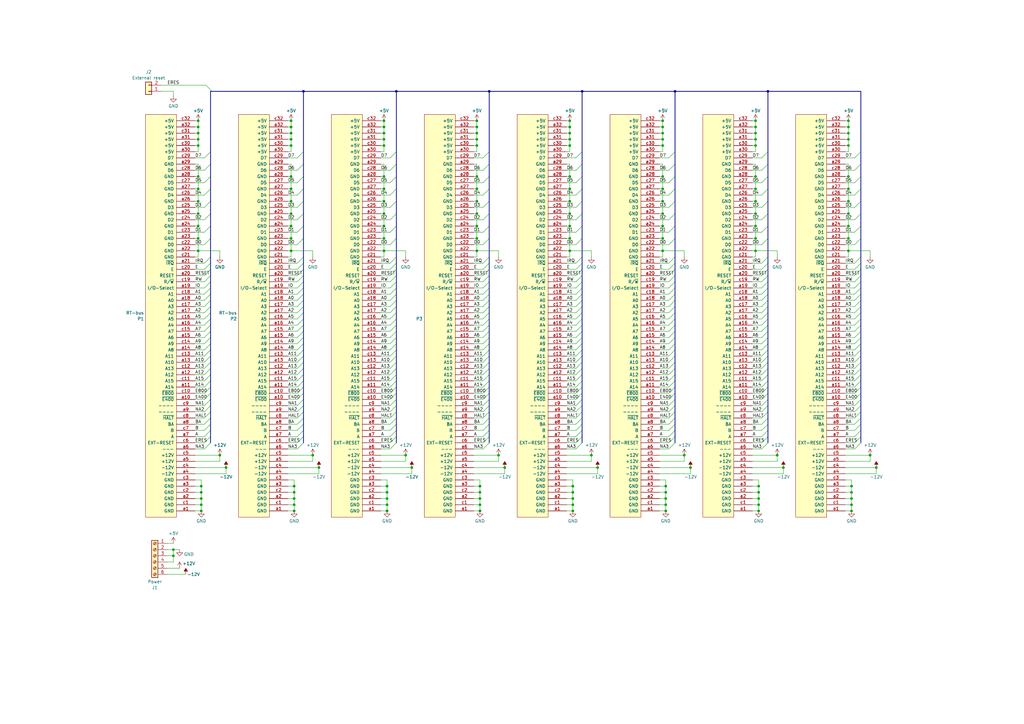
<source format=kicad_sch>
(kicad_sch (version 20230121) (generator eeschema)
  (paper "A3")
  (title_block (title "Backplane for the \"new\" RT-dator") (date "2024-08-17") (rev "0.0") (company "Mikael Karlsson 2024"))
  (junction (at 271.78 77.47))
  (junction (at 347.98 49.53))
  (junction (at 158.75 209.55))
  (junction (at 271.78 82.55))
  (junction (at 195.58 77.47))
  (junction (at 283.21 191.77))
  (junction (at 273.05 209.55))
  (junction (at 349.25 207.01))
  (junction (at 233.68 57.15))
  (junction (at 81.28 49.53))
  (junction (at 347.98 82.55))
  (junction (at 233.68 102.87))
  (junction (at 81.28 59.69))
  (junction (at 309.88 77.47))
  (junction (at 82.55 207.01))
  (junction (at 119.38 59.69))
  (junction (at 195.58 82.55))
  (junction (at 120.65 209.55))
  (junction (at 71.12 225.425))
  (junction (at 347.98 97.79))
  (junction (at 157.48 72.39))
  (junction (at 120.65 204.47))
  (junction (at 119.38 102.87))
  (junction (at 309.88 59.69))
  (junction (at 196.85 209.55))
  (junction (at 347.98 92.71))
  (junction (at 233.68 52.07))
  (junction (at 166.37 186.69))
  (junction (at 81.28 82.55))
  (junction (at 311.15 209.55))
  (junction (at 347.98 52.07))
  (junction (at 234.95 204.47))
  (junction (at 195.58 49.53))
  (junction (at 245.11 191.77))
  (junction (at 273.05 204.47))
  (junction (at 195.58 87.63))
  (junction (at 158.75 201.93))
  (junction (at 82.55 199.39))
  (junction (at 90.17 186.69))
  (junction (at 157.48 82.55))
  (junction (at 119.38 82.55))
  (junction (at 271.78 54.61))
  (junction (at 119.38 92.71))
  (junction (at 119.38 57.15))
  (junction (at 81.28 87.63))
  (junction (at 233.68 92.71))
  (junction (at 81.28 102.87))
  (junction (at 82.55 204.47))
  (junction (at 233.68 87.63))
  (junction (at 128.27 186.69))
  (junction (at 195.58 57.15))
  (junction (at 82.55 209.55))
  (junction (at 309.88 87.63))
  (junction (at 349.25 209.55))
  (junction (at 347.98 59.69))
  (junction (at 81.28 92.71))
  (junction (at 162.56 37.465))
  (junction (at 82.55 201.93))
  (junction (at 233.68 97.79))
  (junction (at 81.28 57.15))
  (junction (at 311.15 204.47))
  (junction (at 242.57 186.69))
  (junction (at 311.15 199.39))
  (junction (at 238.76 37.465))
  (junction (at 81.28 72.39))
  (junction (at 349.25 204.47))
  (junction (at 196.85 201.93))
  (junction (at 119.38 52.07))
  (junction (at 157.48 49.53))
  (junction (at 81.28 52.07))
  (junction (at 233.68 77.47))
  (junction (at 309.88 49.53))
  (junction (at 233.68 82.55))
  (junction (at 273.05 199.39))
  (junction (at 280.67 186.69))
  (junction (at 309.88 102.87))
  (junction (at 195.58 52.07))
  (junction (at 347.98 87.63))
  (junction (at 347.98 72.39))
  (junction (at 271.78 57.15))
  (junction (at 309.88 97.79))
  (junction (at 356.87 186.69))
  (junction (at 195.58 102.87))
  (junction (at 347.98 57.15))
  (junction (at 81.28 77.47))
  (junction (at 271.78 92.71))
  (junction (at 119.38 49.53))
  (junction (at 195.58 54.61))
  (junction (at 359.41 191.77))
  (junction (at 119.38 72.39))
  (junction (at 157.48 54.61))
  (junction (at 157.48 77.47))
  (junction (at 318.77 186.69))
  (junction (at 157.48 52.07))
  (junction (at 157.48 87.63))
  (junction (at 349.25 199.39))
  (junction (at 157.48 59.69))
  (junction (at 158.75 207.01))
  (junction (at 311.15 201.93))
  (junction (at 81.28 54.61))
  (junction (at 157.48 92.71))
  (junction (at 271.78 97.79))
  (junction (at 71.12 227.965))
  (junction (at 271.78 49.53))
  (junction (at 233.68 72.39))
  (junction (at 196.85 204.47))
  (junction (at 309.88 82.55))
  (junction (at 273.05 201.93))
  (junction (at 120.65 207.01))
  (junction (at 321.31 191.77))
  (junction (at 157.48 97.79))
  (junction (at 233.68 59.69))
  (junction (at 119.38 97.79))
  (junction (at 157.48 57.15))
  (junction (at 92.71 191.77))
  (junction (at 195.58 72.39))
  (junction (at 271.78 87.63))
  (junction (at 119.38 54.61))
  (junction (at 271.78 59.69))
  (junction (at 347.98 77.47))
  (junction (at 271.78 72.39))
  (junction (at 347.98 102.87))
  (junction (at 233.68 49.53))
  (junction (at 157.48 102.87))
  (junction (at 119.38 77.47))
  (junction (at 158.75 199.39))
  (junction (at 168.91 191.77))
  (junction (at 349.25 201.93))
  (junction (at 158.75 204.47))
  (junction (at 200.66 37.465))
  (junction (at 233.68 54.61))
  (junction (at 311.15 207.01))
  (junction (at 309.88 72.39))
  (junction (at 309.88 92.71))
  (junction (at 234.95 201.93))
  (junction (at 234.95 199.39))
  (junction (at 195.58 59.69))
  (junction (at 195.58 97.79))
  (junction (at 309.88 57.15))
  (junction (at 120.65 199.39))
  (junction (at 271.78 102.87))
  (junction (at 81.28 97.79))
  (junction (at 119.38 87.63))
  (junction (at 196.85 199.39))
  (junction (at 314.96 37.465))
  (junction (at 309.88 52.07))
  (junction (at 130.81 191.77))
  (junction (at 234.95 207.01))
  (junction (at 234.95 209.55))
  (junction (at 207.01 191.77))
  (junction (at 120.65 201.93))
  (junction (at 124.46 37.465))
  (junction (at 196.85 207.01))
  (junction (at 271.78 52.07))
  (junction (at 273.05 207.01))
  (junction (at 276.86 37.465))
  (junction (at 204.47 186.69))
  (junction (at 347.98 54.61))
  (junction (at 195.58 92.71))
  (junction (at 309.88 54.61))
  (bus_entry (at 121.92 85.09) (size 2.54 -2.54))
  (bus_entry (at 83.82 184.15) (size 2.54 -2.54))
  (bus_entry (at 350.52 161.29) (size 2.54 -2.54))
  (bus_entry (at 312.42 171.45) (size 2.54 -2.54))
  (bus_entry (at 160.02 107.95) (size 2.54 -2.54))
  (bus_entry (at 274.32 113.03) (size 2.54 -2.54))
  (bus_entry (at 121.92 171.45) (size 2.54 -2.54))
  (bus_entry (at 274.32 135.89) (size 2.54 -2.54))
  (bus_entry (at 83.82 163.83) (size 2.54 -2.54))
  (bus_entry (at 236.22 85.09) (size 2.54 -2.54))
  (bus_entry (at 121.92 120.65) (size 2.54 -2.54))
  (bus_entry (at 121.92 90.17) (size 2.54 -2.54))
  (bus_entry (at 83.82 64.77) (size 2.54 -2.54))
  (bus_entry (at 312.42 151.13) (size 2.54 -2.54))
  (bus_entry (at 350.52 125.73) (size 2.54 -2.54))
  (bus_entry (at 198.12 138.43) (size 2.54 -2.54))
  (bus_entry (at 160.02 123.19) (size 2.54 -2.54))
  (bus_entry (at 274.32 107.95) (size 2.54 -2.54))
  (bus_entry (at 198.12 123.19) (size 2.54 -2.54))
  (bus_entry (at 198.12 74.93) (size 2.54 -2.54))
  (bus_entry (at 350.52 120.65) (size 2.54 -2.54))
  (bus_entry (at 121.92 135.89) (size 2.54 -2.54))
  (bus_entry (at 198.12 166.37) (size 2.54 -2.54))
  (bus_entry (at 121.92 130.81) (size 2.54 -2.54))
  (bus_entry (at 83.82 173.99) (size 2.54 -2.54))
  (bus_entry (at 350.52 133.35) (size 2.54 -2.54))
  (bus_entry (at 236.22 123.19) (size 2.54 -2.54))
  (bus_entry (at 236.22 110.49) (size 2.54 -2.54))
  (bus_entry (at 312.42 179.07) (size 2.54 -2.54))
  (bus_entry (at 83.82 74.93) (size 2.54 -2.54))
  (bus_entry (at 312.42 118.11) (size 2.54 -2.54))
  (bus_entry (at 350.52 163.83) (size 2.54 -2.54))
  (bus_entry (at 312.42 181.61) (size 2.54 -2.54))
  (bus_entry (at 160.02 138.43) (size 2.54 -2.54))
  (bus_entry (at 83.82 118.11) (size 2.54 -2.54))
  (bus_entry (at 83.82 90.17) (size 2.54 -2.54))
  (bus_entry (at 274.32 148.59) (size 2.54 -2.54))
  (bus_entry (at 350.52 151.13) (size 2.54 -2.54))
  (bus_entry (at 83.82 179.07) (size 2.54 -2.54))
  (bus_entry (at 160.02 74.93) (size 2.54 -2.54))
  (bus_entry (at 312.42 74.93) (size 2.54 -2.54))
  (bus_entry (at 121.92 100.33) (size 2.54 -2.54))
  (bus_entry (at 121.92 95.25) (size 2.54 -2.54))
  (bus_entry (at 198.12 135.89) (size 2.54 -2.54))
  (bus_entry (at 236.22 168.91) (size 2.54 -2.54))
  (bus_entry (at 198.12 143.51) (size 2.54 -2.54))
  (bus_entry (at 236.22 143.51) (size 2.54 -2.54))
  (bus_entry (at 312.42 140.97) (size 2.54 -2.54))
  (bus_entry (at 160.02 176.53) (size 2.54 -2.54))
  (bus_entry (at 274.32 74.93) (size 2.54 -2.54))
  (bus_entry (at 198.12 181.61) (size 2.54 -2.54))
  (bus_entry (at 312.42 113.03) (size 2.54 -2.54))
  (bus_entry (at 198.12 100.33) (size 2.54 -2.54))
  (bus_entry (at 198.12 69.85) (size 2.54 -2.54))
  (bus_entry (at 350.52 166.37) (size 2.54 -2.54))
  (bus_entry (at 83.82 130.81) (size 2.54 -2.54))
  (bus_entry (at 312.42 173.99) (size 2.54 -2.54))
  (bus_entry (at 121.92 151.13) (size 2.54 -2.54))
  (bus_entry (at 160.02 110.49) (size 2.54 -2.54))
  (bus_entry (at 274.32 115.57) (size 2.54 -2.54))
  (bus_entry (at 350.52 140.97) (size 2.54 -2.54))
  (bus_entry (at 312.42 143.51) (size 2.54 -2.54))
  (bus_entry (at 83.82 120.65) (size 2.54 -2.54))
  (bus_entry (at 121.92 143.51) (size 2.54 -2.54))
  (bus_entry (at 160.02 135.89) (size 2.54 -2.54))
  (bus_entry (at 274.32 168.91) (size 2.54 -2.54))
  (bus_entry (at 312.42 135.89) (size 2.54 -2.54))
  (bus_entry (at 236.22 64.77) (size 2.54 -2.54))
  (bus_entry (at 121.92 74.93) (size 2.54 -2.54))
  (bus_entry (at 236.22 184.15) (size 2.54 -2.54))
  (bus_entry (at 160.02 120.65) (size 2.54 -2.54))
  (bus_entry (at 312.42 153.67) (size 2.54 -2.54))
  (bus_entry (at 236.22 151.13) (size 2.54 -2.54))
  (bus_entry (at 312.42 100.33) (size 2.54 -2.54))
  (bus_entry (at 121.92 123.19) (size 2.54 -2.54))
  (bus_entry (at 274.32 166.37) (size 2.54 -2.54))
  (bus_entry (at 198.12 176.53) (size 2.54 -2.54))
  (bus_entry (at 160.02 171.45) (size 2.54 -2.54))
  (bus_entry (at 350.52 128.27) (size 2.54 -2.54))
  (bus_entry (at 121.92 107.95) (size 2.54 -2.54))
  (bus_entry (at 198.12 158.75) (size 2.54 -2.54))
  (bus_entry (at 83.82 158.75) (size 2.54 -2.54))
  (bus_entry (at 83.82 125.73) (size 2.54 -2.54))
  (bus_entry (at 160.02 64.77) (size 2.54 -2.54))
  (bus_entry (at 160.02 140.97) (size 2.54 -2.54))
  (bus_entry (at 274.32 184.15) (size 2.54 -2.54))
  (bus_entry (at 274.32 158.75) (size 2.54 -2.54))
  (bus_entry (at 350.52 64.77) (size 2.54 -2.54))
  (bus_entry (at 160.02 69.85) (size 2.54 -2.54))
  (bus_entry (at 350.52 107.95) (size 2.54 -2.54))
  (bus_entry (at 198.12 148.59) (size 2.54 -2.54))
  (bus_entry (at 198.12 173.99) (size 2.54 -2.54))
  (bus_entry (at 160.02 130.81) (size 2.54 -2.54))
  (bus_entry (at 121.92 181.61) (size 2.54 -2.54))
  (bus_entry (at 274.32 123.19) (size 2.54 -2.54))
  (bus_entry (at 83.82 100.33) (size 2.54 -2.54))
  (bus_entry (at 83.82 148.59) (size 2.54 -2.54))
  (bus_entry (at 350.52 90.17) (size 2.54 -2.54))
  (bus_entry (at 312.42 69.85) (size 2.54 -2.54))
  (bus_entry (at 236.22 118.11) (size 2.54 -2.54))
  (bus_entry (at 236.22 148.59) (size 2.54 -2.54))
  (bus_entry (at 83.82 176.53) (size 2.54 -2.54))
  (bus_entry (at 350.52 135.89) (size 2.54 -2.54))
  (bus_entry (at 236.22 125.73) (size 2.54 -2.54))
  (bus_entry (at 350.52 110.49) (size 2.54 -2.54))
  (bus_entry (at 274.32 156.21) (size 2.54 -2.54))
  (bus_entry (at 236.22 171.45) (size 2.54 -2.54))
  (bus_entry (at 350.52 118.11) (size 2.54 -2.54))
  (bus_entry (at 350.52 153.67) (size 2.54 -2.54))
  (bus_entry (at 160.02 146.05) (size 2.54 -2.54))
  (bus_entry (at 236.22 135.89) (size 2.54 -2.54))
  (bus_entry (at 274.32 173.99) (size 2.54 -2.54))
  (bus_entry (at 83.82 107.95) (size 2.54 -2.54))
  (bus_entry (at 160.02 85.09) (size 2.54 -2.54))
  (bus_entry (at 274.32 179.07) (size 2.54 -2.54))
  (bus_entry (at 350.52 181.61) (size 2.54 -2.54))
  (bus_entry (at 274.32 133.35) (size 2.54 -2.54))
  (bus_entry (at 312.42 95.25) (size 2.54 -2.54))
  (bus_entry (at 312.42 166.37) (size 2.54 -2.54))
  (bus_entry (at 350.52 176.53) (size 2.54 -2.54))
  (bus_entry (at 121.92 113.03) (size 2.54 -2.54))
  (bus_entry (at 274.32 130.81) (size 2.54 -2.54))
  (bus_entry (at 83.82 181.61) (size 2.54 -2.54))
  (bus_entry (at 121.92 166.37) (size 2.54 -2.54))
  (bus_entry (at 198.12 128.27) (size 2.54 -2.54))
  (bus_entry (at 121.92 80.01) (size 2.54 -2.54))
  (bus_entry (at 121.92 146.05) (size 2.54 -2.54))
  (bus_entry (at 312.42 64.77) (size 2.54 -2.54))
  (bus_entry (at 236.22 146.05) (size 2.54 -2.54))
  (bus_entry (at 160.02 173.99) (size 2.54 -2.54))
  (bus_entry (at 236.22 128.27) (size 2.54 -2.54))
  (bus_entry (at 198.12 64.77) (size 2.54 -2.54))
  (bus_entry (at 236.22 95.25) (size 2.54 -2.54))
  (bus_entry (at 312.42 158.75) (size 2.54 -2.54))
  (bus_entry (at 198.12 151.13) (size 2.54 -2.54))
  (bus_entry (at 160.02 115.57) (size 2.54 -2.54))
  (bus_entry (at 198.12 118.11) (size 2.54 -2.54))
  (bus_entry (at 236.22 113.03) (size 2.54 -2.54))
  (bus_entry (at 198.12 110.49) (size 2.54 -2.54))
  (bus_entry (at 350.52 148.59) (size 2.54 -2.54))
  (bus_entry (at 312.42 133.35) (size 2.54 -2.54))
  (bus_entry (at 350.52 69.85) (size 2.54 -2.54))
  (bus_entry (at 274.32 161.29) (size 2.54 -2.54))
  (bus_entry (at 121.92 163.83) (size 2.54 -2.54))
  (bus_entry (at 236.22 153.67) (size 2.54 -2.54))
  (bus_entry (at 236.22 176.53) (size 2.54 -2.54))
  (bus_entry (at 83.82 85.09) (size 2.54 -2.54))
  (bus_entry (at 236.22 166.37) (size 2.54 -2.54))
  (bus_entry (at 83.82 153.67) (size 2.54 -2.54))
  (bus_entry (at 198.12 171.45) (size 2.54 -2.54))
  (bus_entry (at 350.52 113.03) (size 2.54 -2.54))
  (bus_entry (at 198.12 156.21) (size 2.54 -2.54))
  (bus_entry (at 236.22 138.43) (size 2.54 -2.54))
  (bus_entry (at 312.42 80.01) (size 2.54 -2.54))
  (bus_entry (at 160.02 148.59) (size 2.54 -2.54))
  (bus_entry (at 160.02 125.73) (size 2.54 -2.54))
  (bus_entry (at 274.32 95.25) (size 2.54 -2.54))
  (bus_entry (at 83.82 171.45) (size 2.54 -2.54))
  (bus_entry (at 83.82 115.57) (size 2.54 -2.54))
  (bus_entry (at 274.32 64.77) (size 2.54 -2.54))
  (bus_entry (at 83.82 135.89) (size 2.54 -2.54))
  (bus_entry (at 274.32 146.05) (size 2.54 -2.54))
  (bus_entry (at 274.32 138.43) (size 2.54 -2.54))
  (bus_entry (at 83.82 143.51) (size 2.54 -2.54))
  (bus_entry (at 312.42 90.17) (size 2.54 -2.54))
  (bus_entry (at 312.42 128.27) (size 2.54 -2.54))
  (bus_entry (at 83.82 151.13) (size 2.54 -2.54))
  (bus_entry (at 236.22 115.57) (size 2.54 -2.54))
  (bus_entry (at 121.92 158.75) (size 2.54 -2.54))
  (bus_entry (at 198.12 120.65) (size 2.54 -2.54))
  (bus_entry (at 160.02 179.07) (size 2.54 -2.54))
  (bus_entry (at 83.82 161.29) (size 2.54 -2.54))
  (bus_entry (at 198.12 113.03) (size 2.54 -2.54))
  (bus_entry (at 274.32 176.53) (size 2.54 -2.54))
  (bus_entry (at 350.52 173.99) (size 2.54 -2.54))
  (bus_entry (at 84.455 34.925) (size 2.54 2.54))
  (bus_entry (at 274.32 90.17) (size 2.54 -2.54))
  (bus_entry (at 350.52 143.51) (size 2.54 -2.54))
  (bus_entry (at 350.52 100.33) (size 2.54 -2.54))
  (bus_entry (at 236.22 163.83) (size 2.54 -2.54))
  (bus_entry (at 312.42 85.09) (size 2.54 -2.54))
  (bus_entry (at 274.32 163.83) (size 2.54 -2.54))
  (bus_entry (at 350.52 184.15) (size 2.54 -2.54))
  (bus_entry (at 121.92 148.59) (size 2.54 -2.54))
  (bus_entry (at 198.12 125.73) (size 2.54 -2.54))
  (bus_entry (at 236.22 140.97) (size 2.54 -2.54))
  (bus_entry (at 350.52 130.81) (size 2.54 -2.54))
  (bus_entry (at 121.92 133.35) (size 2.54 -2.54))
  (bus_entry (at 236.22 173.99) (size 2.54 -2.54))
  (bus_entry (at 312.42 176.53) (size 2.54 -2.54))
  (bus_entry (at 83.82 138.43) (size 2.54 -2.54))
  (bus_entry (at 236.22 181.61) (size 2.54 -2.54))
  (bus_entry (at 160.02 161.29) (size 2.54 -2.54))
  (bus_entry (at 160.02 181.61) (size 2.54 -2.54))
  (bus_entry (at 350.52 115.57) (size 2.54 -2.54))
  (bus_entry (at 121.92 179.07) (size 2.54 -2.54))
  (bus_entry (at 350.52 138.43) (size 2.54 -2.54))
  (bus_entry (at 312.42 123.19) (size 2.54 -2.54))
  (bus_entry (at 160.02 156.21) (size 2.54 -2.54))
  (bus_entry (at 198.12 133.35) (size 2.54 -2.54))
  (bus_entry (at 83.82 133.35) (size 2.54 -2.54))
  (bus_entry (at 160.02 80.01) (size 2.54 -2.54))
  (bus_entry (at 121.92 138.43) (size 2.54 -2.54))
  (bus_entry (at 160.02 153.67) (size 2.54 -2.54))
  (bus_entry (at 236.22 100.33) (size 2.54 -2.54))
  (bus_entry (at 121.92 118.11) (size 2.54 -2.54))
  (bus_entry (at 274.32 128.27) (size 2.54 -2.54))
  (bus_entry (at 121.92 173.99) (size 2.54 -2.54))
  (bus_entry (at 236.22 161.29) (size 2.54 -2.54))
  (bus_entry (at 236.22 120.65) (size 2.54 -2.54))
  (bus_entry (at 198.12 85.09) (size 2.54 -2.54))
  (bus_entry (at 160.02 113.03) (size 2.54 -2.54))
  (bus_entry (at 312.42 120.65) (size 2.54 -2.54))
  (bus_entry (at 198.12 179.07) (size 2.54 -2.54))
  (bus_entry (at 350.52 123.19) (size 2.54 -2.54))
  (bus_entry (at 160.02 133.35) (size 2.54 -2.54))
  (bus_entry (at 236.22 133.35) (size 2.54 -2.54))
  (bus_entry (at 198.12 146.05) (size 2.54 -2.54))
  (bus_entry (at 198.12 80.01) (size 2.54 -2.54))
  (bus_entry (at 198.12 130.81) (size 2.54 -2.54))
  (bus_entry (at 312.42 184.15) (size 2.54 -2.54))
  (bus_entry (at 274.32 140.97) (size 2.54 -2.54))
  (bus_entry (at 160.02 166.37) (size 2.54 -2.54))
  (bus_entry (at 160.02 168.91) (size 2.54 -2.54))
  (bus_entry (at 160.02 163.83) (size 2.54 -2.54))
  (bus_entry (at 350.52 95.25) (size 2.54 -2.54))
  (bus_entry (at 121.92 128.27) (size 2.54 -2.54))
  (bus_entry (at 83.82 146.05) (size 2.54 -2.54))
  (bus_entry (at 83.82 80.01) (size 2.54 -2.54))
  (bus_entry (at 274.32 143.51) (size 2.54 -2.54))
  (bus_entry (at 83.82 168.91) (size 2.54 -2.54))
  (bus_entry (at 350.52 171.45) (size 2.54 -2.54))
  (bus_entry (at 312.42 115.57) (size 2.54 -2.54))
  (bus_entry (at 198.12 140.97) (size 2.54 -2.54))
  (bus_entry (at 198.12 153.67) (size 2.54 -2.54))
  (bus_entry (at 160.02 128.27) (size 2.54 -2.54))
  (bus_entry (at 274.32 80.01) (size 2.54 -2.54))
  (bus_entry (at 274.32 110.49) (size 2.54 -2.54))
  (bus_entry (at 121.92 125.73) (size 2.54 -2.54))
  (bus_entry (at 121.92 176.53) (size 2.54 -2.54))
  (bus_entry (at 160.02 100.33) (size 2.54 -2.54))
  (bus_entry (at 198.12 168.91) (size 2.54 -2.54))
  (bus_entry (at 350.52 146.05) (size 2.54 -2.54))
  (bus_entry (at 274.32 125.73) (size 2.54 -2.54))
  (bus_entry (at 83.82 140.97) (size 2.54 -2.54))
  (bus_entry (at 274.32 85.09) (size 2.54 -2.54))
  (bus_entry (at 160.02 90.17) (size 2.54 -2.54))
  (bus_entry (at 312.42 138.43) (size 2.54 -2.54))
  (bus_entry (at 83.82 123.19) (size 2.54 -2.54))
  (bus_entry (at 274.32 151.13) (size 2.54 -2.54))
  (bus_entry (at 312.42 148.59) (size 2.54 -2.54))
  (bus_entry (at 121.92 153.67) (size 2.54 -2.54))
  (bus_entry (at 198.12 95.25) (size 2.54 -2.54))
  (bus_entry (at 83.82 113.03) (size 2.54 -2.54))
  (bus_entry (at 350.52 85.09) (size 2.54 -2.54))
  (bus_entry (at 121.92 69.85) (size 2.54 -2.54))
  (bus_entry (at 160.02 158.75) (size 2.54 -2.54))
  (bus_entry (at 312.42 163.83) (size 2.54 -2.54))
  (bus_entry (at 236.22 156.21) (size 2.54 -2.54))
  (bus_entry (at 121.92 115.57) (size 2.54 -2.54))
  (bus_entry (at 83.82 95.25) (size 2.54 -2.54))
  (bus_entry (at 274.32 153.67) (size 2.54 -2.54))
  (bus_entry (at 312.42 130.81) (size 2.54 -2.54))
  (bus_entry (at 83.82 166.37) (size 2.54 -2.54))
  (bus_entry (at 160.02 95.25) (size 2.54 -2.54))
  (bus_entry (at 312.42 156.21) (size 2.54 -2.54))
  (bus_entry (at 312.42 161.29) (size 2.54 -2.54))
  (bus_entry (at 274.32 100.33) (size 2.54 -2.54))
  (bus_entry (at 350.52 168.91) (size 2.54 -2.54))
  (bus_entry (at 160.02 151.13) (size 2.54 -2.54))
  (bus_entry (at 236.22 107.95) (size 2.54 -2.54))
  (bus_entry (at 121.92 64.77) (size 2.54 -2.54))
  (bus_entry (at 198.12 161.29) (size 2.54 -2.54))
  (bus_entry (at 274.32 171.45) (size 2.54 -2.54))
  (bus_entry (at 160.02 118.11) (size 2.54 -2.54))
  (bus_entry (at 121.92 168.91) (size 2.54 -2.54))
  (bus_entry (at 350.52 158.75) (size 2.54 -2.54))
  (bus_entry (at 236.22 90.17) (size 2.54 -2.54))
  (bus_entry (at 274.32 181.61) (size 2.54 -2.54))
  (bus_entry (at 236.22 69.85) (size 2.54 -2.54))
  (bus_entry (at 350.52 74.93) (size 2.54 -2.54))
  (bus_entry (at 274.32 118.11) (size 2.54 -2.54))
  (bus_entry (at 312.42 146.05) (size 2.54 -2.54))
  (bus_entry (at 274.32 120.65) (size 2.54 -2.54))
  (bus_entry (at 350.52 156.21) (size 2.54 -2.54))
  (bus_entry (at 198.12 115.57) (size 2.54 -2.54))
  (bus_entry (at 83.82 128.27) (size 2.54 -2.54))
  (bus_entry (at 236.22 74.93) (size 2.54 -2.54))
  (bus_entry (at 312.42 107.95) (size 2.54 -2.54))
  (bus_entry (at 236.22 179.07) (size 2.54 -2.54))
  (bus_entry (at 236.22 158.75) (size 2.54 -2.54))
  (bus_entry (at 121.92 140.97) (size 2.54 -2.54))
  (bus_entry (at 198.12 107.95) (size 2.54 -2.54))
  (bus_entry (at 350.52 80.01) (size 2.54 -2.54))
  (bus_entry (at 274.32 69.85) (size 2.54 -2.54))
  (bus_entry (at 312.42 168.91) (size 2.54 -2.54))
  (bus_entry (at 121.92 110.49) (size 2.54 -2.54))
  (bus_entry (at 83.82 69.85) (size 2.54 -2.54))
  (bus_entry (at 236.22 130.81) (size 2.54 -2.54))
  (bus_entry (at 83.82 110.49) (size 2.54 -2.54))
  (bus_entry (at 121.92 184.15) (size 2.54 -2.54))
  (bus_entry (at 121.92 156.21) (size 2.54 -2.54))
  (bus_entry (at 198.12 163.83) (size 2.54 -2.54))
  (bus_entry (at 160.02 184.15) (size 2.54 -2.54))
  (bus_entry (at 236.22 80.01) (size 2.54 -2.54))
  (bus_entry (at 160.02 143.51) (size 2.54 -2.54))
  (bus_entry (at 312.42 125.73) (size 2.54 -2.54))
  (bus_entry (at 198.12 184.15) (size 2.54 -2.54))
  (bus_entry (at 121.92 161.29) (size 2.54 -2.54))
  (bus_entry (at 198.12 90.17) (size 2.54 -2.54))
  (bus_entry (at 312.42 110.49) (size 2.54 -2.54))
  (bus_entry (at 350.52 179.07) (size 2.54 -2.54))
  (bus_entry (at 83.82 156.21) (size 2.54 -2.54))
  (bus (pts (xy 86.36 143.51) (xy 86.36 140.97)))
  (bus (pts (xy 353.06 107.95) (xy 353.06 105.41)))
  (wire (pts (xy 118.11 110.49) (xy 121.92 110.49)))
  (wire (pts (xy 311.15 209.55) (xy 308.61 209.55)))
  (wire (pts (xy 118.11 62.23) (xy 119.38 62.23)))
  (wire (pts (xy 308.61 179.07) (xy 312.42 179.07)))
  (wire (pts (xy 118.11 128.27) (xy 121.92 128.27)))
  (wire (pts (xy 270.51 186.69) (xy 280.67 186.69)))
  (wire (pts (xy 157.48 54.61) (xy 157.48 52.07)))
  (bus (pts (xy 124.46 130.81) (xy 124.46 128.27)))
  (bus (pts (xy 276.86 173.99) (xy 276.86 171.45)))
  (wire (pts (xy 232.41 189.23) (xy 242.57 189.23)))
  (wire (pts (xy 308.61 59.69) (xy 309.88 59.69)))
  (wire (pts (xy 271.78 72.39) (xy 271.78 77.47)))
  (wire (pts (xy 308.61 156.21) (xy 312.42 156.21)))
  (wire (pts (xy 118.11 168.91) (xy 121.92 168.91)))
  (bus (pts (xy 276.86 163.83) (xy 276.86 161.29)))
  (wire (pts (xy 346.71 125.73) (xy 350.52 125.73)))
  (wire (pts (xy 270.51 138.43) (xy 274.32 138.43)))
  (wire (pts (xy 347.98 77.47) (xy 347.98 82.55)))
  (wire (pts (xy 232.41 194.31) (xy 245.11 194.31)))
  (wire (pts (xy 156.21 184.15) (xy 160.02 184.15)))
  (wire (pts (xy 308.61 82.55) (xy 309.88 82.55)))
  (wire (pts (xy 232.41 151.13) (xy 236.22 151.13)))
  (wire (pts (xy 118.11 166.37) (xy 121.92 166.37)))
  (bus (pts (xy 353.06 140.97) (xy 353.06 138.43)))
  (wire (pts (xy 118.11 72.39) (xy 119.38 72.39)))
  (wire (pts (xy 194.31 92.71) (xy 195.58 92.71)))
  (wire (pts (xy 346.71 181.61) (xy 350.52 181.61)))
  (wire (pts (xy 270.51 92.71) (xy 271.78 92.71)))
  (bus (pts (xy 86.36 181.61) (xy 86.36 179.07)))
  (wire (pts (xy 118.11 179.07) (xy 121.92 179.07)))
  (wire (pts (xy 308.61 166.37) (xy 312.42 166.37)))
  (wire (pts (xy 194.31 105.41) (xy 195.58 105.41)))
  (wire (pts (xy 68.58 227.965) (xy 71.12 227.965)))
  (wire (pts (xy 118.11 95.25) (xy 121.92 95.25)))
  (bus (pts (xy 353.06 173.99) (xy 353.06 171.45)))
  (wire (pts (xy 309.88 57.15) (xy 309.88 54.61)))
  (wire (pts (xy 346.71 120.65) (xy 350.52 120.65)))
  (wire (pts (xy 156.21 128.27) (xy 160.02 128.27)))
  (wire (pts (xy 346.71 207.01) (xy 349.25 207.01)))
  (wire (pts (xy 195.58 72.39) (xy 195.58 77.47)))
  (wire (pts (xy 156.21 62.23) (xy 157.48 62.23)))
  (bus (pts (xy 353.06 118.11) (xy 353.06 115.57)))
  (wire (pts (xy 270.51 102.87) (xy 271.78 102.87)))
  (wire (pts (xy 308.61 80.01) (xy 312.42 80.01)))
  (wire (pts (xy 270.51 143.51) (xy 274.32 143.51)))
  (bus (pts (xy 162.56 133.35) (xy 162.56 130.81)))
  (bus (pts (xy 200.66 168.91) (xy 200.66 166.37)))
  (wire (pts (xy 81.28 59.69) (xy 81.28 57.15)))
  (wire (pts (xy 194.31 173.99) (xy 198.12 173.99)))
  (bus (pts (xy 276.86 37.465) (xy 276.86 62.23)))
  (bus (pts (xy 124.46 171.45) (xy 124.46 168.91)))
  (wire (pts (xy 195.58 77.47) (xy 195.58 82.55)))
  (wire (pts (xy 270.51 196.85) (xy 273.05 196.85)))
  (wire (pts (xy 90.17 102.87) (xy 90.17 105.41)))
  (wire (pts (xy 309.88 54.61) (xy 309.88 52.07)))
  (wire (pts (xy 346.71 171.45) (xy 350.52 171.45)))
  (bus (pts (xy 276.86 118.11) (xy 276.86 115.57)))
  (bus (pts (xy 353.06 153.67) (xy 353.06 151.13)))
  (wire (pts (xy 309.88 97.79) (xy 309.88 102.87)))
  (wire (pts (xy 308.61 125.73) (xy 312.42 125.73)))
  (wire (pts (xy 80.01 97.79) (xy 81.28 97.79)))
  (wire (pts (xy 68.58 222.885) (xy 71.12 222.885)))
  (bus (pts (xy 276.86 37.465) (xy 314.96 37.465)))
  (bus (pts (xy 353.06 62.23) (xy 353.06 67.31)))
  (wire (pts (xy 346.71 191.77) (xy 359.41 191.77)))
  (bus (pts (xy 162.56 120.65) (xy 162.56 118.11)))
  (wire (pts (xy 156.21 95.25) (xy 160.02 95.25)))
  (wire (pts (xy 232.41 125.73) (xy 236.22 125.73)))
  (bus (pts (xy 162.56 67.31) (xy 162.56 72.39)))
  (wire (pts (xy 308.61 97.79) (xy 309.88 97.79)))
  (wire (pts (xy 156.21 181.61) (xy 160.02 181.61)))
  (bus (pts (xy 200.66 118.11) (xy 200.66 115.57)))
  (wire (pts (xy 194.31 176.53) (xy 198.12 176.53)))
  (wire (pts (xy 346.71 74.93) (xy 350.52 74.93)))
  (wire (pts (xy 308.61 85.09) (xy 312.42 85.09)))
  (wire (pts (xy 232.41 204.47) (xy 234.95 204.47)))
  (wire (pts (xy 71.12 225.425) (xy 71.12 227.965)))
  (wire (pts (xy 270.51 179.07) (xy 274.32 179.07)))
  (bus (pts (xy 276.86 158.75) (xy 276.86 156.21)))
  (wire (pts (xy 80.01 186.69) (xy 90.17 186.69)))
  (wire (pts (xy 349.25 204.47) (xy 349.25 207.01)))
  (wire (pts (xy 308.61 90.17) (xy 312.42 90.17)))
  (wire (pts (xy 156.21 115.57) (xy 160.02 115.57)))
  (wire (pts (xy 120.65 207.01) (xy 120.65 209.55)))
  (wire (pts (xy 308.61 189.23) (xy 318.77 189.23)))
  (wire (pts (xy 157.48 102.87) (xy 166.37 102.87)))
  (wire (pts (xy 156.21 204.47) (xy 158.75 204.47)))
  (bus (pts (xy 238.76 133.35) (xy 238.76 130.81)))
  (wire (pts (xy 308.61 191.77) (xy 321.31 191.77)))
  (wire (pts (xy 195.58 57.15) (xy 195.58 54.61)))
  (wire (pts (xy 233.68 54.61) (xy 233.68 52.07)))
  (wire (pts (xy 118.11 120.65) (xy 121.92 120.65)))
  (wire (pts (xy 270.51 59.69) (xy 271.78 59.69)))
  (wire (pts (xy 232.41 115.57) (xy 236.22 115.57)))
  (wire (pts (xy 308.61 194.31) (xy 321.31 194.31)))
  (wire (pts (xy 308.61 161.29) (xy 312.42 161.29)))
  (bus (pts (xy 200.66 130.81) (xy 200.66 128.27)))
  (bus (pts (xy 200.66 123.19) (xy 200.66 120.65)))
  (wire (pts (xy 157.48 87.63) (xy 157.48 92.71)))
  (bus (pts (xy 276.86 125.73) (xy 276.86 123.19)))
  (wire (pts (xy 308.61 173.99) (xy 312.42 173.99)))
  (wire (pts (xy 308.61 207.01) (xy 311.15 207.01)))
  (wire (pts (xy 118.11 74.93) (xy 121.92 74.93)))
  (wire (pts (xy 80.01 57.15) (xy 81.28 57.15)))
  (wire (pts (xy 120.65 196.85) (xy 120.65 199.39)))
  (wire (pts (xy 346.71 184.15) (xy 350.52 184.15)))
  (bus (pts (xy 86.36 151.13) (xy 86.36 148.59)))
  (wire (pts (xy 232.41 186.69) (xy 242.57 186.69)))
  (wire (pts (xy 128.27 102.87) (xy 128.27 105.41)))
  (bus (pts (xy 162.56 176.53) (xy 162.56 173.99)))
  (bus (pts (xy 200.66 37.465) (xy 200.66 62.23)))
  (wire (pts (xy 80.01 64.77) (xy 83.82 64.77)))
  (wire (pts (xy 346.71 166.37) (xy 350.52 166.37)))
  (bus (pts (xy 276.86 146.05) (xy 276.86 143.51)))
  (wire (pts (xy 234.95 204.47) (xy 234.95 207.01)))
  (wire (pts (xy 346.71 59.69) (xy 347.98 59.69)))
  (wire (pts (xy 232.41 95.25) (xy 236.22 95.25)))
  (wire (pts (xy 156.21 54.61) (xy 157.48 54.61)))
  (wire (pts (xy 194.31 199.39) (xy 196.85 199.39)))
  (bus (pts (xy 238.76 77.47) (xy 238.76 82.55)))
  (wire (pts (xy 308.61 52.07) (xy 309.88 52.07)))
  (wire (pts (xy 118.11 69.85) (xy 121.92 69.85)))
  (wire (pts (xy 232.41 191.77) (xy 245.11 191.77)))
  (wire (pts (xy 347.98 59.69) (xy 347.98 57.15)))
  (wire (pts (xy 308.61 153.67) (xy 312.42 153.67)))
  (wire (pts (xy 308.61 196.85) (xy 311.15 196.85)))
  (wire (pts (xy 81.28 72.39) (xy 81.28 77.47)))
  (wire (pts (xy 194.31 163.83) (xy 198.12 163.83)))
  (bus (pts (xy 353.06 168.91) (xy 353.06 166.37)))
  (wire (pts (xy 118.11 181.61) (xy 121.92 181.61)))
  (wire (pts (xy 66.04 37.465) (xy 71.12 37.465)))
  (wire (pts (xy 80.01 151.13) (xy 83.82 151.13)))
  (wire (pts (xy 118.11 54.61) (xy 119.38 54.61)))
  (wire (pts (xy 270.51 146.05) (xy 274.32 146.05)))
  (wire (pts (xy 119.38 54.61) (xy 119.38 52.07)))
  (wire (pts (xy 270.51 118.11) (xy 274.32 118.11)))
  (bus (pts (xy 86.36 67.31) (xy 86.36 72.39)))
  (wire (pts (xy 311.15 196.85) (xy 311.15 199.39)))
  (bus (pts (xy 86.36 153.67) (xy 86.36 151.13)))
  (wire (pts (xy 346.71 95.25) (xy 350.52 95.25)))
  (wire (pts (xy 194.31 49.53) (xy 195.58 49.53)))
  (wire (pts (xy 270.51 207.01) (xy 273.05 207.01)))
  (wire (pts (xy 194.31 140.97) (xy 198.12 140.97)))
  (wire (pts (xy 156.21 135.89) (xy 160.02 135.89)))
  (bus (pts (xy 314.96 161.29) (xy 314.96 158.75)))
  (wire (pts (xy 232.41 118.11) (xy 236.22 118.11)))
  (bus (pts (xy 238.76 156.21) (xy 238.76 153.67)))
  (wire (pts (xy 68.58 230.505) (xy 71.12 230.505)))
  (wire (pts (xy 232.41 59.69) (xy 233.68 59.69)))
  (wire (pts (xy 82.55 204.47) (xy 82.55 207.01)))
  (wire (pts (xy 309.88 72.39) (xy 309.88 77.47)))
  (wire (pts (xy 232.41 123.19) (xy 236.22 123.19)))
  (wire (pts (xy 280.67 102.87) (xy 280.67 105.41)))
  (bus (pts (xy 353.06 97.79) (xy 353.06 105.41)))
  (wire (pts (xy 318.77 102.87) (xy 318.77 105.41)))
  (bus (pts (xy 86.36 138.43) (xy 86.36 135.89)))
  (wire (pts (xy 242.57 189.23) (xy 242.57 186.69)))
  (bus (pts (xy 162.56 173.99) (xy 162.56 171.45)))
  (wire (pts (xy 82.55 207.01) (xy 82.55 209.55)))
  (wire (pts (xy 156.21 199.39) (xy 158.75 199.39)))
  (wire (pts (xy 157.48 97.79) (xy 157.48 102.87)))
  (wire (pts (xy 157.48 77.47) (xy 157.48 82.55)))
  (bus (pts (xy 200.66 67.31) (xy 200.66 72.39)))
  (wire (pts (xy 118.11 102.87) (xy 119.38 102.87)))
  (wire (pts (xy 309.88 82.55) (xy 309.88 87.63)))
  (wire (pts (xy 158.75 196.85) (xy 158.75 199.39)))
  (bus (pts (xy 314.96 118.11) (xy 314.96 115.57)))
  (wire (pts (xy 270.51 135.89) (xy 274.32 135.89)))
  (bus (pts (xy 86.36 158.75) (xy 86.36 156.21)))
  (bus (pts (xy 353.06 151.13) (xy 353.06 148.59)))
  (bus (pts (xy 200.66 125.73) (xy 200.66 123.19)))
  (wire (pts (xy 194.31 69.85) (xy 198.12 69.85)))
  (bus (pts (xy 86.995 37.465) (xy 124.46 37.465)))
  (wire (pts (xy 80.01 207.01) (xy 82.55 207.01)))
  (wire (pts (xy 156.21 59.69) (xy 157.48 59.69)))
  (bus (pts (xy 276.86 62.23) (xy 276.86 67.31)))
  (wire (pts (xy 271.78 102.87) (xy 280.67 102.87)))
  (wire (pts (xy 270.51 171.45) (xy 274.32 171.45)))
  (wire (pts (xy 346.71 54.61) (xy 347.98 54.61)))
  (wire (pts (xy 194.31 196.85) (xy 196.85 196.85)))
  (wire (pts (xy 118.11 67.31) (xy 119.38 67.31)))
  (wire (pts (xy 346.71 110.49) (xy 350.52 110.49)))
  (wire (pts (xy 232.41 171.45) (xy 236.22 171.45)))
  (bus (pts (xy 353.06 156.21) (xy 353.06 153.67)))
  (wire (pts (xy 156.21 130.81) (xy 160.02 130.81)))
  (wire (pts (xy 309.88 102.87) (xy 318.77 102.87)))
  (wire (pts (xy 119.38 97.79) (xy 119.38 102.87)))
  (wire (pts (xy 308.61 95.25) (xy 312.42 95.25)))
  (wire (pts (xy 156.21 148.59) (xy 160.02 148.59)))
  (bus (pts (xy 276.86 97.79) (xy 276.86 105.41)))
  (bus (pts (xy 353.06 143.51) (xy 353.06 140.97)))
  (wire (pts (xy 80.01 115.57) (xy 83.82 115.57)))
  (wire (pts (xy 194.31 133.35) (xy 198.12 133.35)))
  (wire (pts (xy 118.11 118.11) (xy 121.92 118.11)))
  (wire (pts (xy 233.68 67.31) (xy 233.68 72.39)))
  (wire (pts (xy 194.31 156.21) (xy 198.12 156.21)))
  (bus (pts (xy 162.56 163.83) (xy 162.56 161.29)))
  (wire (pts (xy 232.41 166.37) (xy 236.22 166.37)))
  (wire (pts (xy 118.11 191.77) (xy 130.81 191.77)))
  (wire (pts (xy 194.31 135.89) (xy 198.12 135.89)))
  (wire (pts (xy 194.31 67.31) (xy 195.58 67.31)))
  (bus (pts (xy 353.06 110.49) (xy 353.06 107.95)))
  (wire (pts (xy 245.11 194.31) (xy 245.11 191.77)))
  (wire (pts (xy 118.11 135.89) (xy 121.92 135.89)))
  (wire (pts (xy 271.78 62.23) (xy 271.78 59.69)))
  (bus (pts (xy 353.06 163.83) (xy 353.06 161.29)))
  (wire (pts (xy 242.57 102.87) (xy 242.57 105.41)))
  (wire (pts (xy 270.51 64.77) (xy 274.32 64.77)))
  (wire (pts (xy 156.21 138.43) (xy 160.02 138.43)))
  (wire (pts (xy 80.01 148.59) (xy 83.82 148.59)))
  (wire (pts (xy 156.21 133.35) (xy 160.02 133.35)))
  (bus (pts (xy 276.86 110.49) (xy 276.86 107.95)))
  (wire (pts (xy 270.51 201.93) (xy 273.05 201.93)))
  (wire (pts (xy 118.11 115.57) (xy 121.92 115.57)))
  (wire (pts (xy 194.31 204.47) (xy 196.85 204.47)))
  (wire (pts (xy 156.21 105.41) (xy 157.48 105.41)))
  (bus (pts (xy 314.96 92.71) (xy 314.96 97.79)))
  (bus (pts (xy 353.06 171.45) (xy 353.06 168.91)))
  (bus (pts (xy 124.46 163.83) (xy 124.46 161.29)))
  (bus (pts (xy 124.46 77.47) (xy 124.46 82.55)))
  (bus (pts (xy 353.06 161.29) (xy 353.06 158.75)))
  (wire (pts (xy 80.01 204.47) (xy 82.55 204.47)))
  (wire (pts (xy 232.41 179.07) (xy 236.22 179.07)))
  (wire (pts (xy 80.01 125.73) (xy 83.82 125.73)))
  (wire (pts (xy 270.51 125.73) (xy 274.32 125.73)))
  (wire (pts (xy 118.11 82.55) (xy 119.38 82.55)))
  (wire (pts (xy 232.41 113.03) (xy 236.22 113.03)))
  (bus (pts (xy 86.36 148.59) (xy 86.36 146.05)))
  (bus (pts (xy 238.76 92.71) (xy 238.76 97.79)))
  (wire (pts (xy 80.01 173.99) (xy 83.82 173.99)))
  (wire (pts (xy 118.11 107.95) (xy 121.92 107.95)))
  (wire (pts (xy 308.61 110.49) (xy 312.42 110.49)))
  (wire (pts (xy 232.41 92.71) (xy 233.68 92.71)))
  (wire (pts (xy 119.38 67.31) (xy 119.38 72.39)))
  (bus (pts (xy 162.56 158.75) (xy 162.56 156.21)))
  (wire (pts (xy 349.25 209.55) (xy 346.71 209.55)))
  (wire (pts (xy 346.71 123.19) (xy 350.52 123.19)))
  (wire (pts (xy 232.41 146.05) (xy 236.22 146.05)))
  (wire (pts (xy 156.21 120.65) (xy 160.02 120.65)))
  (wire (pts (xy 232.41 168.91) (xy 236.22 168.91)))
  (bus (pts (xy 86.36 140.97) (xy 86.36 138.43)))
  (bus (pts (xy 238.76 118.11) (xy 238.76 115.57)))
  (wire (pts (xy 271.78 57.15) (xy 271.78 54.61)))
  (wire (pts (xy 270.51 85.09) (xy 274.32 85.09)))
  (wire (pts (xy 156.21 80.01) (xy 160.02 80.01)))
  (wire (pts (xy 308.61 105.41) (xy 309.88 105.41)))
  (wire (pts (xy 194.31 74.93) (xy 198.12 74.93)))
  (wire (pts (xy 309.88 87.63) (xy 309.88 92.71)))
  (bus (pts (xy 86.36 110.49) (xy 86.36 107.95)))
  (wire (pts (xy 156.21 107.95) (xy 160.02 107.95)))
  (bus (pts (xy 238.76 166.37) (xy 238.76 163.83)))
  (wire (pts (xy 273.05 196.85) (xy 273.05 199.39)))
  (bus (pts (xy 314.96 168.91) (xy 314.96 166.37)))
  (wire (pts (xy 308.61 158.75) (xy 312.42 158.75)))
  (wire (pts (xy 80.01 163.83) (xy 83.82 163.83)))
  (bus (pts (xy 200.66 72.39) (xy 200.66 77.47)))
  (bus (pts (xy 86.36 156.21) (xy 86.36 153.67)))
  (bus (pts (xy 238.76 130.81) (xy 238.76 128.27)))
  (wire (pts (xy 233.68 92.71) (xy 233.68 97.79)))
  (wire (pts (xy 157.48 92.71) (xy 157.48 97.79)))
  (wire (pts (xy 349.25 196.85) (xy 349.25 199.39)))
  (wire (pts (xy 118.11 113.03) (xy 121.92 113.03)))
  (wire (pts (xy 273.05 204.47) (xy 273.05 207.01)))
  (bus (pts (xy 124.46 37.465) (xy 124.46 62.23)))
  (wire (pts (xy 232.41 173.99) (xy 236.22 173.99)))
  (bus (pts (xy 314.96 115.57) (xy 314.96 113.03)))
  (wire (pts (xy 118.11 85.09) (xy 121.92 85.09)))
  (wire (pts (xy 194.31 62.23) (xy 195.58 62.23)))
  (wire (pts (xy 308.61 64.77) (xy 312.42 64.77)))
  (wire (pts (xy 80.01 196.85) (xy 82.55 196.85)))
  (bus (pts (xy 86.36 166.37) (xy 86.36 163.83)))
  (bus (pts (xy 314.96 72.39) (xy 314.96 77.47)))
  (bus (pts (xy 200.66 166.37) (xy 200.66 163.83)))
  (wire (pts (xy 346.71 64.77) (xy 350.52 64.77)))
  (bus (pts (xy 86.36 125.73) (xy 86.36 123.19)))
  (wire (pts (xy 270.51 199.39) (xy 273.05 199.39)))
  (wire (pts (xy 346.71 143.51) (xy 350.52 143.51)))
  (wire (pts (xy 156.21 196.85) (xy 158.75 196.85)))
  (bus (pts (xy 314.96 110.49) (xy 314.96 107.95)))
  (bus (pts (xy 276.86 179.07) (xy 276.86 176.53)))
  (wire (pts (xy 156.21 156.21) (xy 160.02 156.21)))
  (wire (pts (xy 308.61 69.85) (xy 312.42 69.85)))
  (wire (pts (xy 194.31 54.61) (xy 195.58 54.61)))
  (wire (pts (xy 194.31 186.69) (xy 204.47 186.69)))
  (wire (pts (xy 156.21 207.01) (xy 158.75 207.01)))
  (bus (pts (xy 124.46 153.67) (xy 124.46 151.13)))
  (wire (pts (xy 156.21 102.87) (xy 157.48 102.87)))
  (bus (pts (xy 124.46 128.27) (xy 124.46 125.73)))
  (wire (pts (xy 156.21 97.79) (xy 157.48 97.79)))
  (wire (pts (xy 349.25 207.01) (xy 349.25 209.55)))
  (bus (pts (xy 314.96 77.47) (xy 314.96 82.55)))
  (wire (pts (xy 82.55 201.93) (xy 82.55 204.47)))
  (bus (pts (xy 200.66 173.99) (xy 200.66 171.45)))
  (bus (pts (xy 124.46 140.97) (xy 124.46 138.43)))
  (bus (pts (xy 276.86 181.61) (xy 276.86 179.07)))
  (bus (pts (xy 200.66 143.51) (xy 200.66 140.97)))
  (wire (pts (xy 195.58 62.23) (xy 195.58 59.69)))
  (bus (pts (xy 162.56 123.19) (xy 162.56 120.65)))
  (wire (pts (xy 157.48 52.07) (xy 157.48 49.53)))
  (wire (pts (xy 232.41 143.51) (xy 236.22 143.51)))
  (bus (pts (xy 314.96 140.97) (xy 314.96 138.43)))
  (bus (pts (xy 124.46 158.75) (xy 124.46 156.21)))
  (bus (pts (xy 238.76 125.73) (xy 238.76 123.19)))
  (wire (pts (xy 308.61 176.53) (xy 312.42 176.53)))
  (bus (pts (xy 162.56 37.465) (xy 162.56 62.23)))
  (wire (pts (xy 232.41 62.23) (xy 233.68 62.23)))
  (bus (pts (xy 314.96 97.79) (xy 314.96 105.41)))
  (wire (pts (xy 118.11 148.59) (xy 121.92 148.59)))
  (wire (pts (xy 156.21 100.33) (xy 160.02 100.33)))
  (bus (pts (xy 238.76 140.97) (xy 238.76 138.43)))
  (bus (pts (xy 162.56 115.57) (xy 162.56 113.03)))
  (wire (pts (xy 80.01 191.77) (xy 92.71 191.77)))
  (wire (pts (xy 271.78 77.47) (xy 271.78 82.55)))
  (bus (pts (xy 124.46 156.21) (xy 124.46 153.67)))
  (wire (pts (xy 346.71 90.17) (xy 350.52 90.17)))
  (bus (pts (xy 200.66 115.57) (xy 200.66 113.03)))
  (wire (pts (xy 166.37 102.87) (xy 166.37 105.41)))
  (bus (pts (xy 162.56 140.97) (xy 162.56 138.43)))
  (bus (pts (xy 238.76 82.55) (xy 238.76 87.63)))
  (bus (pts (xy 238.76 146.05) (xy 238.76 143.51)))
  (wire (pts (xy 80.01 146.05) (xy 83.82 146.05)))
  (bus (pts (xy 124.46 37.465) (xy 162.56 37.465)))
  (bus (pts (xy 276.86 123.19) (xy 276.86 120.65)))
  (wire (pts (xy 232.41 207.01) (xy 234.95 207.01)))
  (wire (pts (xy 346.71 128.27) (xy 350.52 128.27)))
  (wire (pts (xy 118.11 171.45) (xy 121.92 171.45)))
  (wire (pts (xy 194.31 153.67) (xy 198.12 153.67)))
  (bus (pts (xy 200.66 62.23) (xy 200.66 67.31)))
  (wire (pts (xy 80.01 120.65) (xy 83.82 120.65)))
  (wire (pts (xy 270.51 87.63) (xy 271.78 87.63)))
  (wire (pts (xy 80.01 133.35) (xy 83.82 133.35)))
  (bus (pts (xy 162.56 37.465) (xy 200.66 37.465)))
  (wire (pts (xy 194.31 189.23) (xy 204.47 189.23)))
  (wire (pts (xy 80.01 77.47) (xy 81.28 77.47)))
  (wire (pts (xy 347.98 72.39) (xy 347.98 77.47)))
  (wire (pts (xy 81.28 92.71) (xy 81.28 97.79)))
  (wire (pts (xy 308.61 62.23) (xy 309.88 62.23)))
  (wire (pts (xy 308.61 77.47) (xy 309.88 77.47)))
  (bus (pts (xy 124.46 176.53) (xy 124.46 173.99)))
  (bus (pts (xy 276.86 82.55) (xy 276.86 87.63)))
  (bus (pts (xy 124.46 125.73) (xy 124.46 123.19)))
  (wire (pts (xy 346.71 189.23) (xy 356.87 189.23)))
  (wire (pts (xy 233.68 59.69) (xy 233.68 57.15)))
  (bus (pts (xy 124.46 67.31) (xy 124.46 72.39)))
  (wire (pts (xy 118.11 158.75) (xy 121.92 158.75)))
  (wire (pts (xy 308.61 128.27) (xy 312.42 128.27)))
  (bus (pts (xy 276.86 168.91) (xy 276.86 166.37)))
  (bus (pts (xy 200.66 156.21) (xy 200.66 153.67)))
  (wire (pts (xy 270.51 67.31) (xy 271.78 67.31)))
  (wire (pts (xy 346.71 173.99) (xy 350.52 173.99)))
  (wire (pts (xy 156.21 92.71) (xy 157.48 92.71)))
  (wire (pts (xy 80.01 100.33) (xy 83.82 100.33)))
  (wire (pts (xy 346.71 163.83) (xy 350.52 163.83)))
  (wire (pts (xy 346.71 201.93) (xy 349.25 201.93)))
  (bus (pts (xy 314.96 128.27) (xy 314.96 125.73)))
  (wire (pts (xy 273.05 207.01) (xy 273.05 209.55)))
  (wire (pts (xy 157.48 67.31) (xy 157.48 72.39)))
  (wire (pts (xy 194.31 123.19) (xy 198.12 123.19)))
  (bus (pts (xy 238.76 153.67) (xy 238.76 151.13)))
  (wire (pts (xy 346.71 80.01) (xy 350.52 80.01)))
  (wire (pts (xy 270.51 110.49) (xy 274.32 110.49)))
  (wire (pts (xy 156.21 189.23) (xy 166.37 189.23)))
  (bus (pts (xy 124.46 97.79) (xy 124.46 105.41)))
  (wire (pts (xy 347.98 102.87) (xy 356.87 102.87)))
  (wire (pts (xy 119.38 87.63) (xy 119.38 92.71)))
  (wire (pts (xy 156.21 74.93) (xy 160.02 74.93)))
  (wire (pts (xy 119.38 92.71) (xy 119.38 97.79)))
  (wire (pts (xy 156.21 194.31) (xy 168.91 194.31)))
  (bus (pts (xy 314.96 123.19) (xy 314.96 120.65)))
  (wire (pts (xy 119.38 62.23) (xy 119.38 59.69)))
  (wire (pts (xy 346.71 102.87) (xy 347.98 102.87)))
  (bus (pts (xy 86.36 130.81) (xy 86.36 128.27)))
  (wire (pts (xy 194.31 87.63) (xy 195.58 87.63)))
  (wire (pts (xy 166.37 189.23) (xy 166.37 186.69)))
  (bus (pts (xy 238.76 181.61) (xy 238.76 179.07)))
  (wire (pts (xy 308.61 184.15) (xy 312.42 184.15)))
  (bus (pts (xy 86.36 37.465) (xy 86.995 37.465)))
  (wire (pts (xy 232.41 176.53) (xy 236.22 176.53)))
  (bus (pts (xy 276.86 120.65) (xy 276.86 118.11)))
  (bus (pts (xy 124.46 143.51) (xy 124.46 140.97)))
  (bus (pts (xy 162.56 151.13) (xy 162.56 148.59)))
  (bus (pts (xy 314.96 37.465) (xy 353.06 37.465)))
  (wire (pts (xy 118.11 90.17) (xy 121.92 90.17)))
  (bus (pts (xy 314.96 67.31) (xy 314.96 72.39)))
  (wire (pts (xy 81.28 67.31) (xy 81.28 72.39)))
  (bus (pts (xy 238.76 138.43) (xy 238.76 135.89)))
  (bus (pts (xy 276.86 171.45) (xy 276.86 168.91)))
  (bus (pts (xy 86.36 113.03) (xy 86.36 110.49)))
  (wire (pts (xy 232.41 184.15) (xy 236.22 184.15)))
  (wire (pts (xy 118.11 80.01) (xy 121.92 80.01)))
  (wire (pts (xy 195.58 82.55) (xy 195.58 87.63)))
  (wire (pts (xy 232.41 156.21) (xy 236.22 156.21)))
  (wire (pts (xy 156.21 179.07) (xy 160.02 179.07)))
  (bus (pts (xy 238.76 161.29) (xy 238.76 158.75)))
  (wire (pts (xy 232.41 133.35) (xy 236.22 133.35)))
  (bus (pts (xy 276.86 143.51) (xy 276.86 140.97)))
  (wire (pts (xy 80.01 74.93) (xy 83.82 74.93)))
  (wire (pts (xy 233.68 52.07) (xy 233.68 49.53)))
  (wire (pts (xy 232.41 64.77) (xy 236.22 64.77)))
  (wire (pts (xy 233.68 72.39) (xy 233.68 77.47)))
  (wire (pts (xy 194.31 110.49) (xy 198.12 110.49)))
  (wire (pts (xy 195.58 102.87) (xy 195.58 105.41)))
  (wire (pts (xy 270.51 82.55) (xy 271.78 82.55)))
  (wire (pts (xy 156.21 113.03) (xy 160.02 113.03)))
  (wire (pts (xy 270.51 181.61) (xy 274.32 181.61)))
  (wire (pts (xy 196.85 209.55) (xy 194.31 209.55)))
  (wire (pts (xy 156.21 125.73) (xy 160.02 125.73)))
  (wire (pts (xy 270.51 168.91) (xy 274.32 168.91)))
  (wire (pts (xy 346.71 153.67) (xy 350.52 153.67)))
  (wire (pts (xy 81.28 54.61) (xy 81.28 52.07)))
  (wire (pts (xy 308.61 171.45) (xy 312.42 171.45)))
  (bus (pts (xy 238.76 120.65) (xy 238.76 118.11)))
  (wire (pts (xy 118.11 97.79) (xy 119.38 97.79)))
  (bus (pts (xy 353.06 148.59) (xy 353.06 146.05)))
  (wire (pts (xy 271.78 52.07) (xy 271.78 49.53)))
  (wire (pts (xy 273.05 209.55) (xy 270.51 209.55)))
  (wire (pts (xy 156.21 87.63) (xy 157.48 87.63)))
  (wire (pts (xy 80.01 153.67) (xy 83.82 153.67)))
  (wire (pts (xy 156.21 146.05) (xy 160.02 146.05)))
  (bus (pts (xy 200.66 179.07) (xy 200.66 176.53)))
  (bus (pts (xy 124.46 146.05) (xy 124.46 143.51)))
  (wire (pts (xy 120.65 201.93) (xy 120.65 204.47)))
  (wire (pts (xy 118.11 92.71) (xy 119.38 92.71)))
  (bus (pts (xy 86.36 92.71) (xy 86.36 97.79)))
  (bus (pts (xy 200.66 140.97) (xy 200.66 138.43)))
  (wire (pts (xy 232.41 102.87) (xy 233.68 102.87)))
  (wire (pts (xy 346.71 115.57) (xy 350.52 115.57)))
  (bus (pts (xy 124.46 138.43) (xy 124.46 135.89)))
  (wire (pts (xy 194.31 64.77) (xy 198.12 64.77)))
  (wire (pts (xy 157.48 82.55) (xy 157.48 87.63)))
  (bus (pts (xy 314.96 179.07) (xy 314.96 176.53)))
  (bus (pts (xy 314.96 146.05) (xy 314.96 143.51)))
  (wire (pts (xy 308.61 204.47) (xy 311.15 204.47)))
  (bus (pts (xy 86.36 77.47) (xy 86.36 82.55)))
  (wire (pts (xy 157.48 72.39) (xy 157.48 77.47)))
  (wire (pts (xy 232.41 153.67) (xy 236.22 153.67)))
  (bus (pts (xy 353.06 135.89) (xy 353.06 133.35)))
  (wire (pts (xy 195.58 92.71) (xy 195.58 97.79)))
  (wire (pts (xy 232.41 128.27) (xy 236.22 128.27)))
  (wire (pts (xy 118.11 151.13) (xy 121.92 151.13)))
  (wire (pts (xy 234.95 201.93) (xy 234.95 204.47)))
  (wire (pts (xy 232.41 97.79) (xy 233.68 97.79)))
  (bus (pts (xy 124.46 62.23) (xy 124.46 67.31)))
  (wire (pts (xy 308.61 163.83) (xy 312.42 163.83)))
  (wire (pts (xy 80.01 105.41) (xy 81.28 105.41)))
  (bus (pts (xy 124.46 118.11) (xy 124.46 115.57)))
  (wire (pts (xy 194.31 77.47) (xy 195.58 77.47)))
  (wire (pts (xy 346.71 97.79) (xy 347.98 97.79)))
  (wire (pts (xy 68.58 225.425) (xy 71.12 225.425)))
  (bus (pts (xy 86.36 82.55) (xy 86.36 87.63)))
  (wire (pts (xy 128.27 189.23) (xy 128.27 186.69)))
  (wire (pts (xy 80.01 113.03) (xy 83.82 113.03)))
  (wire (pts (xy 232.41 161.29) (xy 236.22 161.29)))
  (wire (pts (xy 119.38 82.55) (xy 119.38 87.63)))
  (bus (pts (xy 200.66 158.75) (xy 200.66 156.21)))
  (wire (pts (xy 308.61 74.93) (xy 312.42 74.93)))
  (wire (pts (xy 118.11 57.15) (xy 119.38 57.15)))
  (wire (pts (xy 232.41 54.61) (xy 233.68 54.61)))
  (bus (pts (xy 314.96 163.83) (xy 314.96 161.29)))
  (bus (pts (xy 314.96 143.51) (xy 314.96 140.97)))
  (wire (pts (xy 271.78 67.31) (xy 271.78 72.39)))
  (wire (pts (xy 118.11 196.85) (xy 120.65 196.85)))
  (bus (pts (xy 276.86 161.29) (xy 276.86 158.75)))
  (bus (pts (xy 162.56 82.55) (xy 162.56 87.63)))
  (bus (pts (xy 276.86 133.35) (xy 276.86 130.81)))
  (wire (pts (xy 270.51 189.23) (xy 280.67 189.23)))
  (bus (pts (xy 162.56 179.07) (xy 162.56 176.53)))
  (wire (pts (xy 156.21 166.37) (xy 160.02 166.37)))
  (bus (pts (xy 276.86 115.57) (xy 276.86 113.03)))
  (wire (pts (xy 233.68 77.47) (xy 233.68 82.55)))
  (bus (pts (xy 238.76 128.27) (xy 238.76 125.73)))
  (wire (pts (xy 156.21 49.53) (xy 157.48 49.53)))
  (bus (pts (xy 200.66 181.61) (xy 200.66 179.07)))
  (wire (pts (xy 232.41 72.39) (xy 233.68 72.39)))
  (wire (pts (xy 80.01 118.11) (xy 83.82 118.11)))
  (wire (pts (xy 195.58 52.07) (xy 195.58 49.53)))
  (bus (pts (xy 124.46 166.37) (xy 124.46 163.83)))
  (wire (pts (xy 308.61 168.91) (xy 312.42 168.91)))
  (wire (pts (xy 158.75 199.39) (xy 158.75 201.93)))
  (wire (pts (xy 80.01 107.95) (xy 83.82 107.95)))
  (bus (pts (xy 86.36 163.83) (xy 86.36 161.29)))
  (wire (pts (xy 204.47 189.23) (xy 204.47 186.69)))
  (wire (pts (xy 66.04 34.925) (xy 84.455 34.925)))
  (wire (pts (xy 232.41 100.33) (xy 236.22 100.33)))
  (bus (pts (xy 353.06 123.19) (xy 353.06 120.65)))
  (wire (pts (xy 118.11 130.81) (xy 121.92 130.81)))
  (wire (pts (xy 82.55 209.55) (xy 80.01 209.55)))
  (wire (pts (xy 120.65 199.39) (xy 120.65 201.93)))
  (wire (pts (xy 270.51 62.23) (xy 271.78 62.23)))
  (bus (pts (xy 124.46 82.55) (xy 124.46 87.63)))
  (wire (pts (xy 118.11 52.07) (xy 119.38 52.07)))
  (wire (pts (xy 283.21 194.31) (xy 283.21 191.77)))
  (wire (pts (xy 308.61 133.35) (xy 312.42 133.35)))
  (wire (pts (xy 232.41 138.43) (xy 236.22 138.43)))
  (bus (pts (xy 238.76 135.89) (xy 238.76 133.35)))
  (wire (pts (xy 80.01 143.51) (xy 83.82 143.51)))
  (wire (pts (xy 80.01 110.49) (xy 83.82 110.49)))
  (bus (pts (xy 276.86 153.67) (xy 276.86 151.13)))
  (wire (pts (xy 309.88 92.71) (xy 309.88 97.79)))
  (wire (pts (xy 346.71 107.95) (xy 350.52 107.95)))
  (bus (pts (xy 86.36 97.79) (xy 86.36 105.41)))
  (wire (pts (xy 80.01 201.93) (xy 82.55 201.93)))
  (wire (pts (xy 273.05 201.93) (xy 273.05 204.47)))
  (bus (pts (xy 200.66 133.35) (xy 200.66 130.81)))
  (wire (pts (xy 194.31 52.07) (xy 195.58 52.07)))
  (bus (pts (xy 200.66 171.45) (xy 200.66 168.91)))
  (bus (pts (xy 200.66 146.05) (xy 200.66 143.51)))
  (wire (pts (xy 346.71 179.07) (xy 350.52 179.07)))
  (wire (pts (xy 232.41 105.41) (xy 233.68 105.41)))
  (wire (pts (xy 347.98 52.07) (xy 347.98 49.53)))
  (wire (pts (xy 309.88 62.23) (xy 309.88 59.69)))
  (bus (pts (xy 314.96 62.23) (xy 314.96 67.31)))
  (wire (pts (xy 156.21 171.45) (xy 160.02 171.45)))
  (wire (pts (xy 270.51 90.17) (xy 274.32 90.17)))
  (wire (pts (xy 81.28 62.23) (xy 81.28 59.69)))
  (bus (pts (xy 86.36 118.11) (xy 86.36 115.57)))
  (bus (pts (xy 314.96 176.53) (xy 314.96 173.99)))
  (bus (pts (xy 86.36 146.05) (xy 86.36 143.51)))
  (wire (pts (xy 80.01 189.23) (xy 90.17 189.23)))
  (wire (pts (xy 349.25 201.93) (xy 349.25 204.47)))
  (wire (pts (xy 118.11 184.15) (xy 121.92 184.15)))
  (wire (pts (xy 80.01 184.15) (xy 83.82 184.15)))
  (wire (pts (xy 270.51 80.01) (xy 274.32 80.01)))
  (bus (pts (xy 353.06 115.57) (xy 353.06 113.03)))
  (wire (pts (xy 80.01 194.31) (xy 92.71 194.31)))
  (bus (pts (xy 353.06 176.53) (xy 353.06 173.99)))
  (wire (pts (xy 194.31 207.01) (xy 196.85 207.01)))
  (wire (pts (xy 118.11 133.35) (xy 121.92 133.35)))
  (wire (pts (xy 270.51 151.13) (xy 274.32 151.13)))
  (wire (pts (xy 271.78 97.79) (xy 271.78 102.87)))
  (bus (pts (xy 124.46 92.71) (xy 124.46 97.79)))
  (wire (pts (xy 80.01 138.43) (xy 83.82 138.43)))
  (wire (pts (xy 233.68 102.87) (xy 233.68 105.41)))
  (wire (pts (xy 118.11 146.05) (xy 121.92 146.05)))
  (wire (pts (xy 270.51 184.15) (xy 274.32 184.15)))
  (wire (pts (xy 308.61 57.15) (xy 309.88 57.15)))
  (wire (pts (xy 118.11 161.29) (xy 121.92 161.29)))
  (bus (pts (xy 162.56 107.95) (xy 162.56 105.41)))
  (wire (pts (xy 308.61 120.65) (xy 312.42 120.65)))
  (wire (pts (xy 270.51 115.57) (xy 274.32 115.57)))
  (wire (pts (xy 118.11 59.69) (xy 119.38 59.69)))
  (bus (pts (xy 238.76 163.83) (xy 238.76 161.29)))
  (wire (pts (xy 118.11 189.23) (xy 128.27 189.23)))
  (wire (pts (xy 232.41 201.93) (xy 234.95 201.93)))
  (bus (pts (xy 162.56 143.51) (xy 162.56 140.97)))
  (wire (pts (xy 270.51 77.47) (xy 271.78 77.47)))
  (bus (pts (xy 238.76 115.57) (xy 238.76 113.03)))
  (bus (pts (xy 162.56 171.45) (xy 162.56 168.91)))
  (bus (pts (xy 124.46 107.95) (xy 124.46 105.41)))
  (wire (pts (xy 347.98 82.55) (xy 347.98 87.63)))
  (wire (pts (xy 270.51 72.39) (xy 271.78 72.39)))
  (wire (pts (xy 80.01 62.23) (xy 81.28 62.23)))
  (wire (pts (xy 194.31 151.13) (xy 198.12 151.13)))
  (wire (pts (xy 270.51 128.27) (xy 274.32 128.27)))
  (bus (pts (xy 162.56 146.05) (xy 162.56 143.51)))
  (bus (pts (xy 276.86 92.71) (xy 276.86 97.79)))
  (wire (pts (xy 81.28 87.63) (xy 81.28 92.71)))
  (wire (pts (xy 347.98 57.15) (xy 347.98 54.61)))
  (bus (pts (xy 86.36 107.95) (xy 86.36 105.41)))
  (wire (pts (xy 346.71 57.15) (xy 347.98 57.15)))
  (bus (pts (xy 276.86 156.21) (xy 276.86 153.67)))
  (wire (pts (xy 308.61 102.87) (xy 309.88 102.87)))
  (wire (pts (xy 270.51 173.99) (xy 274.32 173.99)))
  (bus (pts (xy 200.66 77.47) (xy 200.66 82.55)))
  (wire (pts (xy 157.48 59.69) (xy 157.48 57.15)))
  (wire (pts (xy 80.01 49.53) (xy 81.28 49.53)))
  (wire (pts (xy 280.67 189.23) (xy 280.67 186.69)))
  (wire (pts (xy 346.71 113.03) (xy 350.52 113.03)))
  (wire (pts (xy 157.48 62.23) (xy 157.48 59.69)))
  (wire (pts (xy 80.01 130.81) (xy 83.82 130.81)))
  (bus (pts (xy 353.06 158.75) (xy 353.06 156.21)))
  (bus (pts (xy 200.66 153.67) (xy 200.66 151.13)))
  (wire (pts (xy 309.88 67.31) (xy 309.88 72.39)))
  (bus (pts (xy 162.56 168.91) (xy 162.56 166.37)))
  (wire (pts (xy 130.81 194.31) (xy 130.81 191.77)))
  (bus (pts (xy 353.06 133.35) (xy 353.06 130.81)))
  (wire (pts (xy 81.28 52.07) (xy 81.28 49.53)))
  (wire (pts (xy 308.61 118.11) (xy 312.42 118.11)))
  (wire (pts (xy 308.61 146.05) (xy 312.42 146.05)))
  (wire (pts (xy 71.12 37.465) (xy 71.12 39.37)))
  (bus (pts (xy 162.56 125.73) (xy 162.56 123.19)))
  (wire (pts (xy 346.71 52.07) (xy 347.98 52.07)))
  (bus (pts (xy 124.46 161.29) (xy 124.46 158.75)))
  (bus (pts (xy 162.56 113.03) (xy 162.56 110.49)))
  (wire (pts (xy 232.41 158.75) (xy 236.22 158.75)))
  (wire (pts (xy 308.61 107.95) (xy 312.42 107.95)))
  (wire (pts (xy 270.51 133.35) (xy 274.32 133.35)))
  (wire (pts (xy 311.15 207.01) (xy 311.15 209.55)))
  (wire (pts (xy 194.31 191.77) (xy 207.01 191.77)))
  (wire (pts (xy 346.71 146.05) (xy 350.52 146.05)))
  (wire (pts (xy 80.01 168.91) (xy 83.82 168.91)))
  (wire (pts (xy 156.21 64.77) (xy 160.02 64.77)))
  (wire (pts (xy 156.21 161.29) (xy 160.02 161.29)))
  (bus (pts (xy 86.36 168.91) (xy 86.36 166.37)))
  (bus (pts (xy 353.06 72.39) (xy 353.06 77.47)))
  (wire (pts (xy 271.78 82.55) (xy 271.78 87.63)))
  (wire (pts (xy 308.61 181.61) (xy 312.42 181.61)))
  (wire (pts (xy 156.21 140.97) (xy 160.02 140.97)))
  (wire (pts (xy 346.71 138.43) (xy 350.52 138.43)))
  (wire (pts (xy 119.38 57.15) (xy 119.38 54.61)))
  (wire (pts (xy 321.31 194.31) (xy 321.31 191.77)))
  (wire (pts (xy 308.61 113.03) (xy 312.42 113.03)))
  (wire (pts (xy 308.61 199.39) (xy 311.15 199.39)))
  (wire (pts (xy 232.41 77.47) (xy 233.68 77.47)))
  (wire (pts (xy 308.61 123.19) (xy 312.42 123.19)))
  (bus (pts (xy 162.56 128.27) (xy 162.56 125.73)))
  (bus (pts (xy 314.96 151.13) (xy 314.96 148.59)))
  (bus (pts (xy 238.76 110.49) (xy 238.76 107.95)))
  (wire (pts (xy 120.65 209.55) (xy 118.11 209.55)))
  (wire (pts (xy 81.28 102.87) (xy 81.28 105.41)))
  (bus (pts (xy 162.56 138.43) (xy 162.56 135.89)))
  (wire (pts (xy 194.31 125.73) (xy 198.12 125.73)))
  (wire (pts (xy 233.68 82.55) (xy 233.68 87.63)))
  (wire (pts (xy 270.51 191.77) (xy 283.21 191.77)))
  (wire (pts (xy 194.31 201.93) (xy 196.85 201.93)))
  (bus (pts (xy 314.96 173.99) (xy 314.96 171.45)))
  (wire (pts (xy 118.11 123.19) (xy 121.92 123.19)))
  (wire (pts (xy 118.11 77.47) (xy 119.38 77.47)))
  (wire (pts (xy 118.11 153.67) (xy 121.92 153.67)))
  (bus (pts (xy 86.36 179.07) (xy 86.36 176.53)))
  (wire (pts (xy 270.51 153.67) (xy 274.32 153.67)))
  (wire (pts (xy 232.41 148.59) (xy 236.22 148.59)))
  (wire (pts (xy 194.31 166.37) (xy 198.12 166.37)))
  (wire (pts (xy 196.85 199.39) (xy 196.85 201.93)))
  (wire (pts (xy 156.21 143.51) (xy 160.02 143.51)))
  (bus (pts (xy 353.06 67.31) (xy 353.06 72.39)))
  (wire (pts (xy 308.61 115.57) (xy 312.42 115.57)))
  (wire (pts (xy 118.11 201.93) (xy 120.65 201.93)))
  (wire (pts (xy 270.51 148.59) (xy 274.32 148.59)))
  (wire (pts (xy 80.01 135.89) (xy 83.82 135.89)))
  (wire (pts (xy 80.01 85.09) (xy 83.82 85.09)))
  (wire (pts (xy 119.38 102.87) (xy 119.38 105.41)))
  (wire (pts (xy 232.41 80.01) (xy 236.22 80.01)))
  (wire (pts (xy 309.88 102.87) (xy 309.88 105.41)))
  (bus (pts (xy 353.06 128.27) (xy 353.06 125.73)))
  (wire (pts (xy 232.41 82.55) (xy 233.68 82.55)))
  (wire (pts (xy 346.71 186.69) (xy 356.87 186.69)))
  (wire (pts (xy 346.71 105.41) (xy 347.98 105.41)))
  (bus (pts (xy 314.96 120.65) (xy 314.96 118.11)))
  (bus (pts (xy 314.96 181.61) (xy 314.96 179.07)))
  (wire (pts (xy 233.68 57.15) (xy 233.68 54.61)))
  (wire (pts (xy 194.31 171.45) (xy 198.12 171.45)))
  (wire (pts (xy 80.01 199.39) (xy 82.55 199.39)))
  (bus (pts (xy 200.66 97.79) (xy 200.66 105.41)))
  (bus (pts (xy 162.56 148.59) (xy 162.56 146.05)))
  (wire (pts (xy 346.71 151.13) (xy 350.52 151.13)))
  (wire (pts (xy 80.01 69.85) (xy 83.82 69.85)))
  (bus (pts (xy 86.36 37.465) (xy 86.36 62.23)))
  (wire (pts (xy 271.78 92.71) (xy 271.78 97.79)))
  (wire (pts (xy 118.11 140.97) (xy 121.92 140.97)))
  (wire (pts (xy 232.41 110.49) (xy 236.22 110.49)))
  (wire (pts (xy 308.61 148.59) (xy 312.42 148.59)))
  (bus (pts (xy 276.86 176.53) (xy 276.86 173.99)))
  (wire (pts (xy 271.78 87.63) (xy 271.78 92.71)))
  (wire (pts (xy 308.61 72.39) (xy 309.88 72.39)))
  (bus (pts (xy 86.36 173.99) (xy 86.36 171.45)))
  (bus (pts (xy 353.06 125.73) (xy 353.06 123.19)))
  (bus (pts (xy 200.66 113.03) (xy 200.66 110.49)))
  (wire (pts (xy 271.78 59.69) (xy 271.78 57.15)))
  (wire (pts (xy 346.71 196.85) (xy 349.25 196.85)))
  (bus (pts (xy 200.66 163.83) (xy 200.66 161.29)))
  (wire (pts (xy 156.21 110.49) (xy 160.02 110.49)))
  (wire (pts (xy 308.61 92.71) (xy 309.88 92.71)))
  (wire (pts (xy 157.48 102.87) (xy 157.48 105.41)))
  (bus (pts (xy 353.06 179.07) (xy 353.06 176.53)))
  (bus (pts (xy 162.56 153.67) (xy 162.56 151.13)))
  (wire (pts (xy 81.28 77.47) (xy 81.28 82.55)))
  (wire (pts (xy 156.21 163.83) (xy 160.02 163.83)))
  (wire (pts (xy 156.21 67.31) (xy 157.48 67.31)))
  (wire (pts (xy 346.71 194.31) (xy 359.41 194.31)))
  (bus (pts (xy 162.56 97.79) (xy 162.56 105.41)))
  (wire (pts (xy 80.01 87.63) (xy 81.28 87.63)))
  (wire (pts (xy 156.21 168.91) (xy 160.02 168.91)))
  (wire (pts (xy 234.95 209.55) (xy 232.41 209.55)))
  (wire (pts (xy 308.61 54.61) (xy 309.88 54.61)))
  (wire (pts (xy 118.11 204.47) (xy 120.65 204.47)))
  (wire (pts (xy 270.51 113.03) (xy 274.32 113.03)))
  (wire (pts (xy 118.11 199.39) (xy 120.65 199.39)))
  (bus (pts (xy 276.86 151.13) (xy 276.86 148.59)))
  (wire (pts (xy 118.11 87.63) (xy 119.38 87.63)))
  (bus (pts (xy 238.76 143.51) (xy 238.76 140.97)))
  (wire (pts (xy 81.28 102.87) (xy 90.17 102.87)))
  (wire (pts (xy 308.61 143.51) (xy 312.42 143.51)))
  (bus (pts (xy 86.36 161.29) (xy 86.36 158.75)))
  (wire (pts (xy 119.38 52.07) (xy 119.38 49.53)))
  (bus (pts (xy 162.56 72.39) (xy 162.56 77.47)))
  (bus (pts (xy 162.56 161.29) (xy 162.56 158.75)))
  (wire (pts (xy 311.15 204.47) (xy 311.15 207.01)))
  (wire (pts (xy 270.51 95.25) (xy 274.32 95.25)))
  (bus (pts (xy 353.06 146.05) (xy 353.06 143.51)))
  (wire (pts (xy 194.31 128.27) (xy 198.12 128.27)))
  (wire (pts (xy 194.31 146.05) (xy 198.12 146.05)))
  (bus (pts (xy 314.96 87.63) (xy 314.96 92.71)))
  (wire (pts (xy 194.31 107.95) (xy 198.12 107.95)))
  (wire (pts (xy 308.61 138.43) (xy 312.42 138.43)))
  (wire (pts (xy 309.88 59.69) (xy 309.88 57.15)))
  (bus (pts (xy 124.46 148.59) (xy 124.46 146.05)))
  (bus (pts (xy 162.56 156.21) (xy 162.56 153.67)))
  (bus (pts (xy 162.56 110.49) (xy 162.56 107.95)))
  (wire (pts (xy 194.31 97.79) (xy 195.58 97.79)))
  (bus (pts (xy 124.46 72.39) (xy 124.46 77.47)))
  (bus (pts (xy 124.46 113.03) (xy 124.46 110.49)))
  (bus (pts (xy 353.06 166.37) (xy 353.06 163.83)))
  (wire (pts (xy 346.71 176.53) (xy 350.52 176.53)))
  (wire (pts (xy 194.31 80.01) (xy 198.12 80.01)))
  (wire (pts (xy 118.11 163.83) (xy 121.92 163.83)))
  (bus (pts (xy 162.56 118.11) (xy 162.56 115.57)))
  (wire (pts (xy 346.71 92.71) (xy 347.98 92.71)))
  (wire (pts (xy 80.01 171.45) (xy 83.82 171.45)))
  (bus (pts (xy 314.96 135.89) (xy 314.96 133.35)))
  (wire (pts (xy 232.41 199.39) (xy 234.95 199.39)))
  (wire (pts (xy 346.71 118.11) (xy 350.52 118.11)))
  (wire (pts (xy 346.71 100.33) (xy 350.52 100.33)))
  (wire (pts (xy 270.51 120.65) (xy 274.32 120.65)))
  (bus (pts (xy 200.66 135.89) (xy 200.66 133.35)))
  (bus (pts (xy 353.06 113.03) (xy 353.06 110.49)))
  (wire (pts (xy 204.47 102.87) (xy 204.47 105.41)))
  (wire (pts (xy 232.41 120.65) (xy 236.22 120.65)))
  (wire (pts (xy 356.87 189.23) (xy 356.87 186.69)))
  (wire (pts (xy 232.41 85.09) (xy 236.22 85.09)))
  (bus (pts (xy 162.56 166.37) (xy 162.56 163.83)))
  (bus (pts (xy 353.06 120.65) (xy 353.06 118.11)))
  (bus (pts (xy 314.96 82.55) (xy 314.96 87.63)))
  (wire (pts (xy 346.71 204.47) (xy 349.25 204.47)))
  (wire (pts (xy 270.51 140.97) (xy 274.32 140.97)))
  (wire (pts (xy 71.12 227.965) (xy 71.12 230.505)))
  (wire (pts (xy 80.01 102.87) (xy 81.28 102.87)))
  (wire (pts (xy 156.21 151.13) (xy 160.02 151.13)))
  (bus (pts (xy 200.66 148.59) (xy 200.66 146.05)))
  (bus (pts (xy 162.56 87.63) (xy 162.56 92.71)))
  (wire (pts (xy 270.51 52.07) (xy 271.78 52.07)))
  (bus (pts (xy 124.46 181.61) (xy 124.46 179.07)))
  (bus (pts (xy 353.06 87.63) (xy 353.06 92.71)))
  (wire (pts (xy 194.31 95.25) (xy 198.12 95.25)))
  (wire (pts (xy 80.01 90.17) (xy 83.82 90.17)))
  (wire (pts (xy 347.98 87.63) (xy 347.98 92.71)))
  (bus (pts (xy 162.56 130.81) (xy 162.56 128.27)))
  (bus (pts (xy 238.76 151.13) (xy 238.76 148.59)))
  (wire (pts (xy 156.21 186.69) (xy 166.37 186.69)))
  (bus (pts (xy 86.36 120.65) (xy 86.36 118.11)))
  (wire (pts (xy 346.71 72.39) (xy 347.98 72.39)))
  (wire (pts (xy 118.11 64.77) (xy 121.92 64.77)))
  (bus (pts (xy 276.86 113.03) (xy 276.86 110.49)))
  (wire (pts (xy 270.51 105.41) (xy 271.78 105.41)))
  (wire (pts (xy 232.41 87.63) (xy 233.68 87.63)))
  (bus (pts (xy 124.46 173.99) (xy 124.46 171.45)))
  (bus (pts (xy 124.46 179.07) (xy 124.46 176.53)))
  (wire (pts (xy 346.71 133.35) (xy 350.52 133.35)))
  (wire (pts (xy 80.01 52.07) (xy 81.28 52.07)))
  (bus (pts (xy 314.96 166.37) (xy 314.96 163.83)))
  (bus (pts (xy 238.76 72.39) (xy 238.76 77.47)))
  (wire (pts (xy 270.51 163.83) (xy 274.32 163.83)))
  (wire (pts (xy 270.51 57.15) (xy 271.78 57.15)))
  (wire (pts (xy 90.17 189.23) (xy 90.17 186.69)))
  (bus (pts (xy 276.86 72.39) (xy 276.86 77.47)))
  (wire (pts (xy 347.98 92.71) (xy 347.98 97.79)))
  (wire (pts (xy 118.11 105.41) (xy 119.38 105.41)))
  (wire (pts (xy 80.01 123.19) (xy 83.82 123.19)))
  (wire (pts (xy 80.01 92.71) (xy 81.28 92.71)))
  (wire (pts (xy 156.21 118.11) (xy 160.02 118.11)))
  (wire (pts (xy 119.38 102.87) (xy 128.27 102.87)))
  (bus (pts (xy 353.06 130.81) (xy 353.06 128.27)))
  (wire (pts (xy 118.11 156.21) (xy 121.92 156.21)))
  (bus (pts (xy 314.96 156.21) (xy 314.96 153.67)))
  (bus (pts (xy 124.46 110.49) (xy 124.46 107.95)))
  (wire (pts (xy 158.75 201.93) (xy 158.75 204.47)))
  (bus (pts (xy 276.86 130.81) (xy 276.86 128.27)))
  (bus (pts (xy 238.76 87.63) (xy 238.76 92.71)))
  (wire (pts (xy 270.51 166.37) (xy 274.32 166.37)))
  (wire (pts (xy 156.21 72.39) (xy 157.48 72.39)))
  (wire (pts (xy 80.01 158.75) (xy 83.82 158.75)))
  (wire (pts (xy 194.31 57.15) (xy 195.58 57.15)))
  (wire (pts (xy 271.78 102.87) (xy 271.78 105.41)))
  (bus (pts (xy 200.66 110.49) (xy 200.66 107.95)))
  (bus (pts (xy 162.56 135.89) (xy 162.56 133.35)))
  (bus (pts (xy 314.96 171.45) (xy 314.96 168.91)))
  (bus (pts (xy 86.36 87.63) (xy 86.36 92.71)))
  (wire (pts (xy 359.41 194.31) (xy 359.41 191.77)))
  (wire (pts (xy 157.48 57.15) (xy 157.48 54.61)))
  (bus (pts (xy 86.36 128.27) (xy 86.36 125.73)))
  (wire (pts (xy 270.51 54.61) (xy 271.78 54.61)))
  (bus (pts (xy 238.76 179.07) (xy 238.76 176.53)))
  (wire (pts (xy 194.31 130.81) (xy 198.12 130.81)))
  (wire (pts (xy 270.51 161.29) (xy 274.32 161.29)))
  (bus (pts (xy 162.56 62.23) (xy 162.56 67.31)))
  (bus (pts (xy 314.96 37.465) (xy 314.96 62.23)))
  (bus (pts (xy 86.36 62.23) (xy 86.36 67.31)))
  (wire (pts (xy 232.41 52.07) (xy 233.68 52.07)))
  (wire (pts (xy 118.11 176.53) (xy 121.92 176.53)))
  (wire (pts (xy 118.11 125.73) (xy 121.92 125.73)))
  (bus (pts (xy 86.36 72.39) (xy 86.36 77.47)))
  (wire (pts (xy 194.31 161.29) (xy 198.12 161.29)))
  (wire (pts (xy 232.41 57.15) (xy 233.68 57.15)))
  (wire (pts (xy 232.41 135.89) (xy 236.22 135.89)))
  (bus (pts (xy 314.96 107.95) (xy 314.96 105.41)))
  (bus (pts (xy 276.86 148.59) (xy 276.86 146.05)))
  (wire (pts (xy 118.11 194.31) (xy 130.81 194.31)))
  (wire (pts (xy 233.68 62.23) (xy 233.68 59.69)))
  (wire (pts (xy 156.21 69.85) (xy 160.02 69.85)))
  (bus (pts (xy 314.96 158.75) (xy 314.96 156.21)))
  (wire (pts (xy 119.38 59.69) (xy 119.38 57.15)))
  (wire (pts (xy 194.31 59.69) (xy 195.58 59.69)))
  (wire (pts (xy 118.11 186.69) (xy 128.27 186.69)))
  (bus (pts (xy 353.06 181.61) (xy 353.06 179.07)))
  (bus (pts (xy 238.76 158.75) (xy 238.76 156.21)))
  (bus (pts (xy 86.36 171.45) (xy 86.36 168.91)))
  (bus (pts (xy 276.86 166.37) (xy 276.86 163.83)))
  (wire (pts (xy 194.31 90.17) (xy 198.12 90.17)))
  (wire (pts (xy 308.61 135.89) (xy 312.42 135.89)))
  (bus (pts (xy 124.46 123.19) (xy 124.46 120.65)))
  (wire (pts (xy 232.41 130.81) (xy 236.22 130.81)))
  (wire (pts (xy 194.31 113.03) (xy 198.12 113.03)))
  (wire (pts (xy 80.01 128.27) (xy 83.82 128.27)))
  (wire (pts (xy 80.01 140.97) (xy 83.82 140.97)))
  (wire (pts (xy 270.51 69.85) (xy 274.32 69.85)))
  (wire (pts (xy 119.38 72.39) (xy 119.38 77.47)))
  (wire (pts (xy 270.51 107.95) (xy 274.32 107.95)))
  (wire (pts (xy 80.01 176.53) (xy 83.82 176.53)))
  (wire (pts (xy 347.98 67.31) (xy 347.98 72.39)))
  (wire (pts (xy 346.71 135.89) (xy 350.52 135.89)))
  (wire (pts (xy 308.61 186.69) (xy 318.77 186.69)))
  (wire (pts (xy 270.51 176.53) (xy 274.32 176.53)))
  (wire (pts (xy 80.01 95.25) (xy 83.82 95.25)))
  (bus (pts (xy 162.56 181.61) (xy 162.56 179.07)))
  (wire (pts (xy 346.71 158.75) (xy 350.52 158.75)))
  (wire (pts (xy 232.41 67.31) (xy 233.68 67.31)))
  (bus (pts (xy 86.36 115.57) (xy 86.36 113.03)))
  (wire (pts (xy 349.25 199.39) (xy 349.25 201.93)))
  (wire (pts (xy 311.15 199.39) (xy 311.15 201.93)))
  (wire (pts (xy 194.31 158.75) (xy 198.12 158.75)))
  (bus (pts (xy 353.06 138.43) (xy 353.06 135.89)))
  (bus (pts (xy 200.66 151.13) (xy 200.66 148.59)))
  (wire (pts (xy 346.71 148.59) (xy 350.52 148.59)))
  (bus (pts (xy 238.76 148.59) (xy 238.76 146.05)))
  (bus (pts (xy 238.76 107.95) (xy 238.76 105.41)))
  (wire (pts (xy 346.71 140.97) (xy 350.52 140.97)))
  (wire (pts (xy 156.21 176.53) (xy 160.02 176.53)))
  (bus (pts (xy 86.36 133.35) (xy 86.36 130.81)))
  (wire (pts (xy 308.61 67.31) (xy 309.88 67.31)))
  (wire (pts (xy 194.31 168.91) (xy 198.12 168.91)))
  (wire (pts (xy 273.05 199.39) (xy 273.05 201.93)))
  (wire (pts (xy 356.87 102.87) (xy 356.87 105.41)))
  (wire (pts (xy 194.31 100.33) (xy 198.12 100.33)))
  (bus (pts (xy 162.56 92.71) (xy 162.56 97.79)))
  (bus (pts (xy 276.86 138.43) (xy 276.86 135.89)))
  (wire (pts (xy 308.61 140.97) (xy 312.42 140.97)))
  (wire (pts (xy 308.61 130.81) (xy 312.42 130.81)))
  (wire (pts (xy 233.68 97.79) (xy 233.68 102.87)))
  (wire (pts (xy 194.31 148.59) (xy 198.12 148.59)))
  (bus (pts (xy 200.66 176.53) (xy 200.66 173.99)))
  (wire (pts (xy 80.01 179.07) (xy 83.82 179.07)))
  (bus (pts (xy 238.76 176.53) (xy 238.76 173.99)))
  (wire (pts (xy 118.11 207.01) (xy 120.65 207.01)))
  (wire (pts (xy 71.12 225.425) (xy 73.66 225.425)))
  (bus (pts (xy 238.76 97.79) (xy 238.76 105.41)))
  (wire (pts (xy 80.01 156.21) (xy 83.82 156.21)))
  (wire (pts (xy 156.21 52.07) (xy 157.48 52.07)))
  (wire (pts (xy 195.58 67.31) (xy 195.58 72.39)))
  (wire (pts (xy 196.85 201.93) (xy 196.85 204.47)))
  (wire (pts (xy 119.38 77.47) (xy 119.38 82.55)))
  (wire (pts (xy 195.58 59.69) (xy 195.58 57.15)))
  (wire (pts (xy 156.21 90.17) (xy 160.02 90.17)))
  (wire (pts (xy 194.31 143.51) (xy 198.12 143.51)))
  (bus (pts (xy 200.66 138.43) (xy 200.66 135.89)))
  (wire (pts (xy 270.51 49.53) (xy 271.78 49.53)))
  (wire (pts (xy 309.88 52.07) (xy 309.88 49.53)))
  (bus (pts (xy 276.86 107.95) (xy 276.86 105.41)))
  (bus (pts (xy 238.76 37.465) (xy 238.76 62.23)))
  (wire (pts (xy 346.71 168.91) (xy 350.52 168.91)))
  (bus (pts (xy 314.96 125.73) (xy 314.96 123.19)))
  (wire (pts (xy 270.51 74.93) (xy 274.32 74.93)))
  (bus (pts (xy 124.46 135.89) (xy 124.46 133.35)))
  (wire (pts (xy 156.21 123.19) (xy 160.02 123.19)))
  (wire (pts (xy 194.31 138.43) (xy 198.12 138.43)))
  (bus (pts (xy 238.76 171.45) (xy 238.76 168.91)))
  (bus (pts (xy 238.76 168.91) (xy 238.76 166.37)))
  (bus (pts (xy 314.96 130.81) (xy 314.96 128.27)))
  (wire (pts (xy 271.78 54.61) (xy 271.78 52.07)))
  (bus (pts (xy 124.46 151.13) (xy 124.46 148.59)))
  (wire (pts (xy 81.28 82.55) (xy 81.28 87.63)))
  (wire (pts (xy 234.95 199.39) (xy 234.95 201.93)))
  (wire (pts (xy 168.91 194.31) (xy 168.91 191.77)))
  (wire (pts (xy 80.01 54.61) (xy 81.28 54.61)))
  (wire (pts (xy 309.88 77.47) (xy 309.88 82.55)))
  (bus (pts (xy 238.76 62.23) (xy 238.76 67.31)))
  (bus (pts (xy 124.46 133.35) (xy 124.46 130.81)))
  (bus (pts (xy 200.66 37.465) (xy 238.76 37.465)))
  (wire (pts (xy 194.31 194.31) (xy 207.01 194.31)))
  (bus (pts (xy 276.86 67.31) (xy 276.86 72.39)))
  (wire (pts (xy 346.71 87.63) (xy 347.98 87.63)))
  (wire (pts (xy 346.71 49.53) (xy 347.98 49.53)))
  (wire (pts (xy 347.98 102.87) (xy 347.98 105.41)))
  (wire (pts (xy 196.85 196.85) (xy 196.85 199.39)))
  (wire (pts (xy 270.51 204.47) (xy 273.05 204.47)))
  (bus (pts (xy 86.36 176.53) (xy 86.36 173.99)))
  (bus (pts (xy 124.46 115.57) (xy 124.46 113.03)))
  (wire (pts (xy 68.58 235.585) (xy 76.2 235.585)))
  (wire (pts (xy 270.51 100.33) (xy 274.32 100.33)))
  (bus (pts (xy 200.66 161.29) (xy 200.66 158.75)))
  (wire (pts (xy 308.61 49.53) (xy 309.88 49.53)))
  (wire (pts (xy 194.31 179.07) (xy 198.12 179.07)))
  (wire (pts (xy 311.15 201.93) (xy 311.15 204.47)))
  (bus (pts (xy 86.36 123.19) (xy 86.36 120.65)))
  (wire (pts (xy 232.41 107.95) (xy 236.22 107.95)))
  (bus (pts (xy 276.86 135.89) (xy 276.86 133.35)))
  (wire (pts (xy 68.58 233.045) (xy 73.66 233.045)))
  (wire (pts (xy 270.51 123.19) (xy 274.32 123.19)))
  (wire (pts (xy 233.68 102.87) (xy 242.57 102.87)))
  (wire (pts (xy 92.71 194.31) (xy 92.71 191.77)))
  (bus (pts (xy 276.86 128.27) (xy 276.86 125.73)))
  (bus (pts (xy 238.76 113.03) (xy 238.76 110.49)))
  (wire (pts (xy 233.68 87.63) (xy 233.68 92.71)))
  (wire (pts (xy 207.01 194.31) (xy 207.01 191.77)))
  (wire (pts (xy 232.41 90.17) (xy 236.22 90.17)))
  (wire (pts (xy 156.21 85.09) (xy 160.02 85.09)))
  (wire (pts (xy 194.31 85.09) (xy 198.12 85.09)))
  (wire (pts (xy 156.21 201.93) (xy 158.75 201.93)))
  (bus (pts (xy 200.66 128.27) (xy 200.66 125.73)))
  (wire (pts (xy 195.58 102.87) (xy 204.47 102.87)))
  (wire (pts (xy 80.01 72.39) (xy 81.28 72.39)))
  (bus (pts (xy 353.06 77.47) (xy 353.06 82.55)))
  (wire (pts (xy 194.31 72.39) (xy 195.58 72.39)))
  (wire (pts (xy 194.31 184.15) (xy 198.12 184.15)))
  (wire (pts (xy 232.41 181.61) (xy 236.22 181.61)))
  (bus (pts (xy 200.66 120.65) (xy 200.66 118.11)))
  (bus (pts (xy 314.96 148.59) (xy 314.96 146.05)))
  (bus (pts (xy 124.46 168.91) (xy 124.46 166.37)))
  (wire (pts (xy 194.31 102.87) (xy 195.58 102.87)))
  (wire (pts (xy 118.11 49.53) (xy 119.38 49.53)))
  (wire (pts (xy 346.71 67.31) (xy 347.98 67.31)))
  (wire (pts (xy 80.01 80.01) (xy 83.82 80.01)))
  (wire (pts (xy 194.31 181.61) (xy 198.12 181.61)))
  (wire (pts (xy 196.85 207.01) (xy 196.85 209.55)))
  (bus (pts (xy 238.76 67.31) (xy 238.76 72.39)))
  (wire (pts (xy 156.21 173.99) (xy 160.02 173.99)))
  (wire (pts (xy 308.61 100.33) (xy 312.42 100.33)))
  (bus (pts (xy 314.96 113.03) (xy 314.96 110.49)))
  (wire (pts (xy 346.71 85.09) (xy 350.52 85.09)))
  (bus (pts (xy 353.06 92.71) (xy 353.06 97.79)))
  (wire (pts (xy 156.21 57.15) (xy 157.48 57.15)))
  (wire (pts (xy 158.75 207.01) (xy 158.75 209.55)))
  (wire (pts (xy 80.01 181.61) (xy 83.82 181.61)))
  (wire (pts (xy 158.75 209.55) (xy 156.21 209.55)))
  (wire (pts (xy 347.98 97.79) (xy 347.98 102.87)))
  (bus (pts (xy 200.66 87.63) (xy 200.66 92.71)))
  (wire (pts (xy 156.21 158.75) (xy 160.02 158.75)))
  (wire (pts (xy 232.41 74.93) (xy 236.22 74.93)))
  (wire (pts (xy 194.31 82.55) (xy 195.58 82.55)))
  (wire (pts (xy 346.71 62.23) (xy 347.98 62.23)))
  (bus (pts (xy 314.96 153.67) (xy 314.96 151.13)))
  (wire (pts (xy 346.71 161.29) (xy 350.52 161.29)))
  (wire (pts (xy 346.71 82.55) (xy 347.98 82.55)))
  (wire (pts (xy 81.28 97.79) (xy 81.28 102.87)))
  (wire (pts (xy 156.21 82.55) (xy 157.48 82.55)))
  (wire (pts (xy 270.51 194.31) (xy 283.21 194.31)))
  (wire (pts (xy 120.65 204.47) (xy 120.65 207.01)))
  (wire (pts (xy 80.01 82.55) (xy 81.28 82.55)))
  (bus (pts (xy 276.86 140.97) (xy 276.86 138.43)))
  (bus (pts (xy 314.96 138.43) (xy 314.96 135.89)))
  (wire (pts (xy 81.28 57.15) (xy 81.28 54.61)))
  (wire (pts (xy 156.21 153.67) (xy 160.02 153.67)))
  (wire (pts (xy 270.51 158.75) (xy 274.32 158.75)))
  (wire (pts (xy 347.98 62.23) (xy 347.98 59.69)))
  (wire (pts (xy 118.11 143.51) (xy 121.92 143.51)))
  (wire (pts (xy 232.41 163.83) (xy 236.22 163.83)))
  (bus (pts (xy 200.66 107.95) (xy 200.66 105.41)))
  (wire (pts (xy 270.51 97.79) (xy 271.78 97.79)))
  (wire (pts (xy 346.71 77.47) (xy 347.98 77.47)))
  (wire (pts (xy 308.61 151.13) (xy 312.42 151.13)))
  (wire (pts (xy 232.41 196.85) (xy 234.95 196.85)))
  (wire (pts (xy 82.55 199.39) (xy 82.55 201.93)))
  (wire (pts (xy 194.31 120.65) (xy 198.12 120.65)))
  (wire (pts (xy 82.55 196.85) (xy 82.55 199.39)))
  (wire (pts (xy 270.51 156.21) (xy 274.32 156.21)))
  (bus (pts (xy 124.46 120.65) (xy 124.46 118.11)))
  (wire (pts (xy 195.58 54.61) (xy 195.58 52.07)))
  (wire (pts (xy 308.61 87.63) (xy 309.88 87.63)))
  (wire (pts (xy 158.75 204.47) (xy 158.75 207.01)))
  (bus (pts (xy 200.66 92.71) (xy 200.66 97.79)))
  (wire (pts (xy 196.85 204.47) (xy 196.85 207.01)))
  (wire (pts (xy 195.58 97.79) (xy 195.58 102.87)))
  (bus (pts (xy 124.46 87.63) (xy 124.46 92.71)))
  (wire (pts (xy 80.01 166.37) (xy 83.82 166.37)))
  (wire (pts (xy 80.01 67.31) (xy 81.28 67.31)))
  (wire (pts (xy 156.21 191.77) (xy 168.91 191.77)))
  (wire (pts (xy 318.77 189.23) (xy 318.77 186.69)))
  (bus (pts (xy 162.56 77.47) (xy 162.56 82.55)))
  (bus (pts (xy 276.86 77.47) (xy 276.86 82.55)))
  (bus (pts (xy 200.66 82.55) (xy 200.66 87.63)))
  (bus (pts (xy 238.76 37.465) (xy 276.86 37.465)))
  (bus (pts (xy 238.76 123.19) (xy 238.76 120.65)))
  (wire (pts (xy 118.11 173.99) (xy 121.92 173.99)))
  (bus (pts (xy 86.36 135.89) (xy 86.36 133.35)))
  (wire (pts (xy 346.71 156.21) (xy 350.52 156.21)))
  (bus (pts (xy 238.76 173.99) (xy 238.76 171.45)))
  (wire (pts (xy 156.21 77.47) (xy 157.48 77.47)))
  (wire (pts (xy 346.71 199.39) (xy 349.25 199.39)))
  (wire (pts (xy 195.58 87.63) (xy 195.58 92.71)))
  (wire (pts (xy 232.41 69.85) (xy 236.22 69.85)))
  (bus (pts (xy 314.96 133.35) (xy 314.96 130.81)))
  (wire (pts (xy 80.01 161.29) (xy 83.82 161.29)))
  (wire (pts (xy 194.31 115.57) (xy 198.12 115.57)))
  (wire (pts (xy 234.95 196.85) (xy 234.95 199.39)))
  (wire (pts (xy 80.01 59.69) (xy 81.28 59.69)))
  (wire (pts (xy 308.61 201.93) (xy 311.15 201.93)))
  (bus (pts (xy 353.06 82.55) (xy 353.06 87.63)))
  (bus (pts (xy 276.86 87.63) (xy 276.86 92.71)))
  (wire (pts (xy 194.31 118.11) (xy 198.12 118.11)))
  (bus (pts (xy 353.06 37.465) (xy 353.06 62.23)))
  (wire (pts (xy 118.11 100.33) (xy 121.92 100.33)))
  (wire (pts (xy 232.41 49.53) (xy 233.68 49.53)))
  (wire (pts (xy 270.51 130.81) (xy 274.32 130.81)))
  (wire (pts (xy 346.71 69.85) (xy 350.52 69.85)))
  (wire (pts (xy 347.98 54.61) (xy 347.98 52.07)))
  (wire (pts (xy 346.71 130.81) (xy 350.52 130.81)))
  (wire (pts (xy 234.95 207.01) (xy 234.95 209.55)))
  (wire (pts (xy 232.41 140.97) (xy 236.22 140.97)))
  (wire (pts (xy 118.11 138.43) (xy 121.92 138.43)))
  (label "A" (at 194.31 179.07 0))
  (label "NA2" (at 346.71 168.91 0))
  (label "A3" (at 346.71 125.73 0))
  (label "A11" (at 118.11 146.05 0))
  (label "D0" (at 232.41 100.33 0))
  (label "IO" (at 232.41 118.11 0))
  (label "E400" (at 270.51 163.83 0))
  (label "A15" (at 80.01 156.21 0))
  (label "D4" (at 308.61 80.01 0))
  (label "D4" (at 118.11 80.01 0))
  (label "B" (at 118.11 176.53 0))
  (label "A1" (at 80.01 120.65 0))
  (label "IRQ" (at 346.71 107.95 0))
  (label "NA3" (at 308.61 184.15 0))
  (label "E" (at 194.31 110.49 0))
  (label "E" (at 346.71 110.49 0))
  (label "D3" (at 270.51 85.09 0))
  (label "D6" (at 80.01 69.85 0))
  (label "A7" (at 156.21 135.89 0))
  (label "A14" (at 194.31 158.75 0))
  (label "D6" (at 308.61 69.85 0))
  (label "A0" (at 346.71 123.19 0))
  (label "IRQ" (at 270.51 107.95 0))
  (label "NA3" (at 270.51 184.15 0))
  (label "HALT" (at 232.41 171.45 0))
  (label "A7" (at 194.31 135.89 0))
  (label "D2" (at 118.11 90.17 0))
  (label "D7" (at 194.31 64.77 0))
  (label "D7" (at 118.11 64.77 0))
  (label "IRQ" (at 308.61 107.95 0))
  (label "A0" (at 156.21 123.19 0))
  (label "D6" (at 194.31 69.85 0))
  (label "A" (at 308.61 179.07 0))
  (label "NA1" (at 118.11 166.37 0))
  (label "A3" (at 232.41 125.73 0))
  (label "NA2" (at 156.21 168.91 0))
  (label "A4" (at 118.11 133.35 0))
  (label "A7" (at 80.01 135.89 0))
  (label "E" (at 270.51 110.49 0))
  (label "D1" (at 308.61 95.25 0))
  (label "IO" (at 80.01 118.11 0))
  (label "A12" (at 308.61 153.67 0))
  (label "RW" (at 156.21 115.57 0))
  (label "RESET" (at 308.61 113.03 0))
  (label "E400" (at 232.41 163.83 0))
  (label "B" (at 270.51 176.53 0))
  (label "D5" (at 346.71 74.93 0))
  (label "ERES" (at 270.51 181.61 0))
  (label "NA3" (at 156.21 184.15 0))
  (label "ERES" (at 68.58 34.925 0))
  (label "ERES" (at 232.41 181.61 0))
  (label "A12" (at 80.01 153.67 0))
  (label "A6" (at 308.61 138.43 0))
  (label "IO" (at 194.31 118.11 0))
  (label "D3" (at 308.61 85.09 0))
  (label "D1" (at 156.21 95.25 0))
  (label "A2" (at 308.61 128.27 0))
  (label "D0" (at 80.01 100.33 0))
  (label "A2" (at 118.11 128.27 0))
  (label "A" (at 346.71 179.07 0))
  (label "D5" (at 232.41 74.93 0))
  (label "E" (at 156.21 110.49 0))
  (label "D1" (at 118.11 95.25 0))
  (label "A12" (at 346.71 153.67 0))
  (label "BA" (at 194.31 173.99 0))
  (label "D0" (at 194.31 100.33 0))
  (label "HALT" (at 80.01 171.45 0))
  (label "D2" (at 232.41 90.17 0))
  (label "A1" (at 232.41 120.65 0))
  (label "NA3" (at 80.01 184.15 0))
  (label "RESET" (at 346.71 113.03 0))
  (label "A15" (at 118.11 156.21 0))
  (label "E800" (at 232.41 161.29 0))
  (label "IRQ" (at 156.21 107.95 0))
  (label "ERES" (at 194.31 181.61 0))
  (label "BA" (at 80.01 173.99 0))
  (label "A8" (at 194.31 143.51 0))
  (label "D3" (at 232.41 85.09 0))
  (label "NA1" (at 232.41 166.37 0))
  (label "D4" (at 194.31 80.01 0))
  (label "A11" (at 232.41 146.05 0))
  (label "A2" (at 232.41 128.27 0))
  (label "A12" (at 118.11 153.67 0))
  (label "D3" (at 80.01 85.09 0))
  (label "E800" (at 270.51 161.29 0))
  (label "A8" (at 80.01 143.51 0))
  (label "A9" (at 232.41 140.97 0))
  (label "BA" (at 308.61 173.99 0))
  (label "D2" (at 270.51 90.17 0))
  (label "A0" (at 232.41 123.19 0))
  (label "A" (at 270.51 179.07 0))
  (label "A2" (at 156.21 128.27 0))
  (label "A10" (at 80.01 148.59 0))
  (label "A4" (at 232.41 133.35 0))
  (label "D6" (at 270.51 69.85 0))
  (label "B" (at 80.01 176.53 0))
  (label "NA2" (at 118.11 168.91 0))
  (label "A5" (at 80.01 130.81 0))
  (label "A12" (at 232.41 153.67 0))
  (label "A12" (at 270.51 153.67 0))
  (label "D2" (at 80.01 90.17 0))
  (label "D2" (at 308.61 90.17 0))
  (label "A4" (at 346.71 133.35 0))
  (label "A5" (at 232.41 130.81 0))
  (label "RESET" (at 80.01 113.03 0))
  (label "A1" (at 118.11 120.65 0))
  (label "E400" (at 346.71 163.83 0))
  (label "A15" (at 308.61 156.21 0))
  (label "RW" (at 232.41 115.57 0))
  (label "E400" (at 308.61 163.83 0))
  (label "A11" (at 270.51 146.05 0))
  (label "IO" (at 270.51 118.11 0))
  (label "A" (at 156.21 179.07 0))
  (label "E800" (at 80.01 161.29 0))
  (label "HALT" (at 118.11 171.45 0))
  (label "E800" (at 118.11 161.29 0))
  (label "A15" (at 194.31 156.21 0))
  (label "A1" (at 194.31 120.65 0))
  (label "D6" (at 346.71 69.85 0))
  (label "BA" (at 346.71 173.99 0))
  (label "ERES" (at 308.61 181.61 0))
  (label "A9" (at 80.01 140.97 0))
  (label "A4" (at 194.31 133.35 0))
  (label "A13" (at 232.41 151.13 0))
  (label "D7" (at 156.21 64.77 0))
  (label "E800" (at 194.31 161.29 0))
  (label "A3" (at 156.21 125.73 0))
  (label "A14" (at 308.61 158.75 0))
  (label "D5" (at 118.11 74.93 0))
  (label "D0" (at 346.71 100.33 0))
  (label "A1" (at 308.61 120.65 0))
  (label "D0" (at 308.61 100.33 0))
  (label "NA3" (at 194.31 184.15 0))
  (label "HALT" (at 308.61 171.45 0))
  (label "A4" (at 156.21 133.35 0))
  (label "A9" (at 346.71 140.97 0))
  (label "A9" (at 308.61 140.97 0))
  (label "E400" (at 80.01 163.83 0))
  (label "A5" (at 194.31 130.81 0))
  (label "A5" (at 156.21 130.81 0))
  (label "A7" (at 308.61 135.89 0))
  (label "A10" (at 118.11 148.59 0))
  (label "E800" (at 346.71 161.29 0))
  (label "B" (at 194.31 176.53 0))
  (label "A10" (at 270.51 148.59 0))
  (label "A11" (at 156.21 146.05 0))
  (label "D5" (at 194.31 74.93 0))
  (label "A0" (at 270.51 123.19 0))
  (label "A5" (at 118.11 130.81 0))
  (label "A5" (at 346.71 130.81 0))
  (label "A9" (at 118.11 140.97 0))
  (label "RESET" (at 270.51 113.03 0))
  (label "A4" (at 80.01 133.35 0))
  (label "D2" (at 194.31 90.17 0))
  (label "NA1" (at 194.31 166.37 0))
  (label "A6" (at 346.71 138.43 0))
  (label "RW" (at 308.61 115.57 0))
  (label "A6" (at 194.31 138.43 0))
  (label "A15" (at 156.21 156.21 0))
  (label "D2" (at 156.21 90.17 0))
  (label "A3" (at 270.51 125.73 0))
  (label "ERES" (at 118.11 181.61 0))
  (label "A6" (at 156.21 138.43 0))
  (label "A11" (at 308.61 146.05 0))
  (label "A8" (at 118.11 143.51 0))
  (label "A13" (at 194.31 151.13 0))
  (label "E400" (at 118.11 163.83 0))
  (label "D0" (at 118.11 100.33 0))
  (label "D0" (at 156.21 100.33 0))
  (label "B" (at 232.41 176.53 0))
  (label "RW" (at 80.01 115.57 0))
  (label "B" (at 308.61 176.53 0))
  (label "NA1" (at 270.51 166.37 0))
  (label "A3" (at 118.11 125.73 0))
  (label "NA2" (at 270.51 168.91 0))
  (label "IRQ" (at 194.31 107.95 0))
  (label "A14" (at 80.01 158.75 0))
  (label "A13" (at 156.21 151.13 0))
  (label "A0" (at 118.11 123.19 0))
  (label "A0" (at 80.01 123.19 0))
  (label "A8" (at 156.21 143.51 0))
  (label "D7" (at 308.61 64.77 0))
  (label "D4" (at 270.51 80.01 0))
  (label "D1" (at 232.41 95.25 0))
  (label "D3" (at 346.71 85.09 0))
  (label "IRQ" (at 118.11 107.95 0))
  (label "NA3" (at 118.11 184.15 0))
  (label "A1" (at 270.51 120.65 0))
  (label "A" (at 118.11 179.07 0))
  (label "NA2" (at 80.01 168.91 0))
  (label "A15" (at 270.51 156.21 0))
  (label "NA2" (at 308.61 168.91 0))
  (label "A8" (at 308.61 143.51 0))
  (label "A7" (at 346.71 135.89 0))
  (label "NA1" (at 346.71 166.37 0))
  (label "A13" (at 270.51 151.13 0))
  (label "HALT" (at 156.21 171.45 0))
  (label "A14" (at 118.11 158.75 0))
  (label "ERES" (at 346.71 181.61 0))
  (label "A7" (at 232.41 135.89 0))
  (label "HALT" (at 346.71 171.45 0))
  (label "RESET" (at 118.11 113.03 0))
  (label "D5" (at 308.61 74.93 0))
  (label "RW" (at 118.11 115.57 0))
  (label "NA2" (at 232.41 168.91 0))
  (label "IO" (at 118.11 118.11 0))
  (label "IO" (at 346.71 118.11 0))
  (label "E400" (at 156.21 163.83 0))
  (label "A10" (at 156.21 148.59 0))
  (label "A6" (at 270.51 138.43 0))
  (label "A9" (at 270.51 140.97 0))
  (label "D3" (at 156.21 85.09 0))
  (label "A15" (at 346.71 156.21 0))
  (label "A0" (at 308.61 123.19 0))
  (label "IRQ" (at 80.01 107.95 0))
  (label "A13" (at 308.61 151.13 0))
  (label "E" (at 308.61 110.49 0))
  (label "D6" (at 232.41 69.85 0))
  (label "A9" (at 156.21 140.97 0))
  (label "A12" (at 156.21 153.67 0))
  (label "D7" (at 80.01 64.77 0))
  (label "NA1" (at 80.01 166.37 0))
  (label "A3" (at 80.01 125.73 0))
  (label "IO" (at 156.21 118.11 0))
  (label "D0" (at 270.51 100.33 0))
  (label "BA" (at 156.21 173.99 0))
  (label "A11" (at 346.71 146.05 0))
  (label "E" (at 80.01 110.49 0))
  (label "A3" (at 308.61 125.73 0))
  (label "D4" (at 80.01 80.01 0))
  (label "D1" (at 270.51 95.25 0))
  (label "A14" (at 156.21 158.75 0))
  (label "D6" (at 118.11 69.85 0))
  (label "A11" (at 194.31 146.05 0))
  (label "A13" (at 80.01 151.13 0))
  (label "NA2" (at 194.31 168.91 0))
  (label "A" (at 80.01 179.07 0))
  (label "A6" (at 232.41 138.43 0))
  (label "D1" (at 346.71 95.25 0))
  (label "A2" (at 194.31 128.27 0))
  (label "D5" (at 156.21 74.93 0))
  (label "A1" (at 156.21 120.65 0))
  (label "A12" (at 194.31 153.67 0))
  (label "D3" (at 194.31 85.09 0))
  (label "E800" (at 156.21 161.29 0))
  (label "RW" (at 346.71 115.57 0))
  (label "A0" (at 194.31 123.19 0))
  (label "A4" (at 308.61 133.35 0))
  (label "A1" (at 346.71 120.65 0))
  (label "A3" (at 194.31 125.73 0))
  (label "A10" (at 308.61 148.59 0))
  (label "E400" (at 194.31 163.83 0))
  (label "A4" (at 270.51 133.35 0))
  (label "NA3" (at 232.41 184.15 0))
  (label "A5" (at 308.61 130.81 0))
  (label "D7" (at 270.51 64.77 0))
  (label "A15" (at 232.41 156.21 0))
  (label "D7" (at 346.71 64.77 0))
  (label "RW" (at 270.51 115.57 0))
  (label "NA1" (at 156.21 166.37 0))
  (label "ERES" (at 156.21 181.61 0))
  (label "D6" (at 156.21 69.85 0))
  (label "BA" (at 118.11 173.99 0))
  (label "HALT" (at 270.51 171.45 0))
  (label "D4" (at 232.41 80.01 0))
  (label "NA1" (at 308.61 166.37 0))
  (label "RESET" (at 156.21 113.03 0))
  (label "A11" (at 80.01 146.05 0))
  (label "A10" (at 346.71 148.59 0))
  (label "B" (at 156.21 176.53 0))
  (label "BA" (at 232.41 173.99 0))
  (label "A2" (at 80.01 128.27 0))
  (label "RW" (at 194.31 115.57 0))
  (label "A10" (at 232.41 148.59 0))
  (label "A2" (at 270.51 128.27 0))
  (label "IO" (at 308.61 118.11 0))
  (label "A8" (at 270.51 143.51 0))
  (label "D3" (at 118.11 85.09 0))
  (label "A5" (at 270.51 130.81 0))
  (label "D1" (at 194.31 95.25 0))
  (label "RESET" (at 194.31 113.03 0))
  (label "ERES" (at 80.01 181.61 0))
  (label "D5" (at 270.51 74.93 0))
  (label "A" (at 232.41 179.07 0))
  (label "D5" (at 80.01 74.93 0))
  (label "A6" (at 80.01 138.43 0))
  (label "A2" (at 346.71 128.27 0))
  (label "D2" (at 346.71 90.17 0))
  (label "A14" (at 232.41 158.75 0))
  (label "A13" (at 118.11 151.13 0))
  (label "E" (at 118.11 110.49 0))
  (label "E800" (at 308.61 161.29 0))
  (label "D4" (at 156.21 80.01 0))
  (label "A6" (at 118.11 138.43 0))
  (label "A10" (at 194.31 148.59 0))
  (label "A14" (at 270.51 158.75 0))
  (label "A7" (at 270.51 135.89 0))
  (label "D7" (at 232.41 64.77 0))
  (label "E" (at 232.41 110.49 0))
  (label "A9" (at 194.31 140.97 0))
  (label "A8" (at 232.41 143.51 0))
  (label "D1" (at 80.01 95.25 0))
  (label "A14" (at 346.71 158.75 0))
  (label "A8" (at 346.71 143.51 0))
  (label "D4" (at 346.71 80.01 0))
  (label "HALT" (at 194.31 171.45 0))
  (label "NA3" (at 346.71 184.15 0))
  (label "A13" (at 346.71 151.13 0))
  (label "A7" (at 118.11 135.89 0))
  (label "B" (at 346.71 176.53 0))
  (label "IRQ" (at 232.41 107.95 0))
  (label "RESET" (at 232.41 113.03 0))
  (label "BA" (at 270.51 173.99 0))
  (symbol (lib_id "power:GND") (at 166.37 105.41 0) (unit 1)
    (property "Reference" "#PWR011" (effects hide))
    (property "Value" "GND" (at 166.37 109.5431 0))
  )
  (symbol (lib_id "power:-12V") (at 92.71 191.77 0) (unit 1)
    (property "Reference" "#PWR03" (effects hide))
    (property "Value" "-12V" (at 92.71 195.58 0))
  )
  (symbol (lib_id "power:GND") (at 311.15 209.55 0) (unit 1)
    (property "Reference" "#PWR039" (effects hide))
    (property "Value" "GND" (at 311.15 213.6831 0))
  )
  (symbol (lib_id "power:+12V") (at 280.67 186.69 0) (unit 1)
    (property "Reference" "#PWR027" (effects hide))
    (property "Value" "+12V" (at 280.67 182.5569 0))
  )
  (symbol (lib_id "power:GND") (at 234.95 209.55 0) (unit 1)
    (property "Reference" "#PWR024" (effects hide))
    (property "Value" "GND" (at 234.95 213.6831 0))
  )
  (symbol (lib_id "RT-Backplane:RT-bus") (at 143.51 129.54 180) (unit 1)
    (property "Reference" "P4" (effects hide))
    (property "Value" "RT-bus" (effects hide))
    (property "Footprint" "Connector_DIN:DIN41612_C_2x32_Female_Vertical_THT" (effects hide))
  )
  (symbol (lib_id "power:+12V") (at 128.27 186.69 0) (unit 1)
    (property "Reference" "#PWR07" (effects hide))
    (property "Value" "+12V" (at 128.27 182.5569 0))
  )
  (symbol (lib_id "RT-Backplane:RT-bus") (at 295.91 129.54 180) (unit 1)
    (property "Reference" "P6" (effects hide))
    (property "Value" "RT-bus" (effects hide))
    (property "Footprint" "Connector_DIN:DIN41612_C_2x32_Female_Vertical_THT" (effects hide))
  )
  (symbol (lib_id "power:-12V") (at 168.91 191.77 0) (unit 1)
    (property "Reference" "#PWR013" (effects hide))
    (property "Value" "-12V" (at 168.91 195.58 0))
  )
  (symbol (lib_id "RT-Backplane:RT-bus") (at 105.41 129.54 180) (unit 1)
    (property "Reference" "P2" (at 97.155 130.7521 0) (effects (justify left)))
    (property "Value" "RT-bus" (at 97.155 128.3279 0) (effects (justify left)))
    (property "Footprint" "Connector_DIN:DIN41612_C_2x32_Female_Vertical_THT" (effects hide))
  )
  (symbol (lib_id "power:GND") (at 82.55 209.55 0) (unit 1)
    (property "Reference" "#PWR01" (effects hide))
    (property "Value" "GND" (at 82.55 213.6831 0))
  )
  (symbol (lib_id "power:+12V") (at 166.37 186.69 0) (unit 1)
    (property "Reference" "#PWR012" (effects hide))
    (property "Value" "+12V" (at 166.37 182.5569 0))
  )
  (symbol (lib_id "power:GND") (at 318.77 105.41 0) (unit 1)
    (property "Reference" "#PWR031" (effects hide))
    (property "Value" "GND" (at 318.77 109.5431 0))
  )
  (symbol (lib_id "power:+12V") (at 242.57 186.69 0) (unit 1)
    (property "Reference" "#PWR022" (effects hide))
    (property "Value" "+12V" (at 242.57 182.5569 0))
  )
  (symbol (lib_id "power:+12V") (at 204.47 186.69 0) (unit 1)
    (property "Reference" "#PWR017" (effects hide))
    (property "Value" "+12V" (at 204.47 182.5569 0))
  )
  (symbol (lib_id "power:-12V") (at 359.41 191.77 0) (unit 1)
    (property "Reference" "#PWR043" (effects hide))
    (property "Value" "-12V" (at 359.41 195.58 0))
  )
  (symbol (lib_id "power:+12V") (at 356.87 186.69 0) (unit 1)
    (property "Reference" "#PWR042" (effects hide))
    (property "Value" "+12V" (at 356.87 182.5569 0))
  )
  (symbol (lib_id "power:-12V") (at 321.31 191.77 0) (unit 1)
    (property "Reference" "#PWR038" (effects hide))
    (property "Value" "-12V" (at 321.31 195.58 0))
  )
  (symbol (lib_id "power:GND") (at 242.57 105.41 0) (unit 1)
    (property "Reference" "#PWR021" (effects hide))
    (property "Value" "GND" (at 242.57 109.5431 0))
  )
  (symbol (lib_id "power:-12V") (at 130.81 191.77 0) (unit 1)
    (property "Reference" "#PWR08" (effects hide))
    (property "Value" "-12V" (at 130.81 195.58 0))
  )
  (symbol (lib_id "power:+12V") (at 318.77 186.69 0) (unit 1)
    (property "Reference" "#PWR036" (effects hide))
    (property "Value" "+12V" (at 318.77 182.5569 0))
  )
  (symbol (lib_id "power:+5V") (at 195.58 49.53 0) (unit 1)
    (property "Reference" "#PWR015" (effects hide))
    (property "Value" "+5V" (at 195.58 45.3969 0))
  )
  (symbol (lib_id "power:GND") (at 90.17 105.41 0) (unit 1)
    (property "Reference" "#PWR037" (effects hide))
    (property "Value" "GND" (at 90.17 109.5431 0))
  )
  (symbol (lib_id "power:GND") (at 356.87 105.41 0) (unit 1)
    (property "Reference" "#PWR041" (effects hide))
    (property "Value" "GND" (at 356.87 109.5431 0))
  )
  (symbol (lib_id "power:GND") (at 273.05 209.55 0) (unit 1)
    (property "Reference" "#PWR029" (effects hide))
    (property "Value" "GND" (at 273.05 213.6831 0))
  )
  (symbol (lib_id "power:+5V") (at 233.68 49.53 0) (unit 1)
    (property "Reference" "#PWR020" (effects hide))
    (property "Value" "+5V" (at 233.68 45.3969 0))
  )
  (symbol (lib_id "power:-12V") (at 207.01 191.77 0) (unit 1)
    (property "Reference" "#PWR018" (effects hide))
    (property "Value" "-12V" (at 207.01 195.58 0))
  )
  (symbol (lib_id "RT-Backplane:RT-bus") (at 67.31 129.54 180) (unit 1)
    (property "Reference" "P1" (at 59.055 130.7521 0) (effects (justify left)))
    (property "Value" "RT-bus" (at 59.055 128.3279 0) (effects (justify left)))
    (property "Footprint" "Connector_DIN:DIN41612_C_2x32_Female_Vertical_THT" (effects hide))
  )
  (symbol (lib_id "power:+5V") (at 271.78 49.53 0) (unit 1)
    (property "Reference" "#PWR025" (effects hide))
    (property "Value" "+5V" (at 271.78 45.3969 0))
  )
  (symbol (lib_id "RT-Backplane:RT-bus") (at 257.81 129.54 180) (unit 1)
    (property "Reference" "P7" (effects hide))
    (property "Value" "RT-bus" (effects hide))
    (property "Footprint" "Connector_DIN:DIN41612_C_2x32_Female_Vertical_THT" (effects hide))
  )
  (symbol (lib_id "power:GND") (at 349.25 209.55 0) (unit 1)
    (property "Reference" "#PWR044" (effects hide))
    (property "Value" "GND" (at 349.25 213.6831 0))
  )
  (symbol (lib_id "power:+5V") (at 119.38 49.53 0) (unit 1)
    (property "Reference" "#PWR05" (effects hide))
    (property "Value" "+5V" (at 119.38 45.3969 0))
  )
  (symbol (lib_id "power:GND") (at 71.12 39.37 0) (unit 1)
    (property "Reference" "#PWR045" (effects hide))
    (property "Value" "GND" (at 71.12 43.5031 0))
  )
  (symbol (lib_id "RT-Backplane:RT-bus") (at 181.61 129.54 180) (unit 1)
    (property "Reference" "P3" (at 173.355 130.7521 0) (effects (justify left)))
    (property "Value" "RT-bus" (effects hide))
    (property "Footprint" "Connector_DIN:DIN41612_C_2x32_Female_Vertical_THT" (effects hide))
  )
  (symbol (lib_id "power:+5V") (at 347.98 49.53 0) (unit 1)
    (property "Reference" "#PWR040" (effects hide))
    (property "Value" "+5V" (at 347.98 45.3969 0))
  )
  (symbol (lib_id "power:+5V") (at 81.28 49.53 0) (unit 1)
    (property "Reference" "#PWR04" (effects hide))
    (property "Value" "+5V" (at 81.28 45.3969 0))
  )
  (symbol (lib_id "power:+5V") (at 309.88 49.53 0) (unit 1)
    (property "Reference" "#PWR030" (effects hide))
    (property "Value" "+5V" (at 309.88 45.3969 0))
  )
  (symbol (lib_id "power:GND") (at 196.85 209.55 0) (unit 1)
    (property "Reference" "#PWR019" (effects hide))
    (property "Value" "GND" (at 196.85 213.6831 0))
  )
  (symbol (lib_id "Connector_Generic:Conn_01x02") (at 60.96 37.465 180) (unit 1)
    (property "Reference" "J2" (at 60.96 29.5107 0))
    (property "Value" "External reset" (at 60.96 31.9349 0))
    (property "Footprint" "Connector_PinHeader_2.54mm:PinHeader_1x02_P2.54mm_Vertical" (effects hide))
  )
  (symbol (lib_id "Connector:Screw_Terminal_01x06") (at 63.5 227.965 0) (mirror y) (unit 1)
    (property "Reference" "J1" (at 63.5 240.9993 0))
    (property "Value" "Power" (at 63.5 238.5751 0))
    (property "Footprint" "Connector_Phoenix_MSTB:PhoenixContact_MSTBA_2,5_6-G-5,08_1x06_P5.08mm_Horizontal" (effects hide))
  )
  (symbol (lib_id "power:GND") (at 158.75 209.55 0) (unit 1)
    (property "Reference" "#PWR014" (effects hide))
    (property "Value" "GND" (at 158.75 213.6831 0))
  )
  (symbol (lib_id "RT-Backplane:RT-bus") (at 334.01 129.54 180) (unit 1)
    (property "Reference" "P5" (effects hide))
    (property "Value" "RT-bus" (effects hide))
    (property "Footprint" "Connector_DIN:DIN41612_C_2x32_Female_Vertical_THT" (effects hide))
  )
  (symbol (lib_id "power:+5V") (at 157.48 49.53 0) (unit 1)
    (property "Reference" "#PWR010" (effects hide))
    (property "Value" "+5V" (at 157.48 45.3969 0))
  )
  (symbol (lib_id "power:+12V") (at 73.66 233.045 0) (unit 1)
    (property "Reference" "#PWR033" (effects hide))
    (property "Value" "+12V" (at 77.47 231.14 0))
  )
  (symbol (lib_id "RT-Backplane:RT-bus") (at 219.71 129.54 180) (unit 1)
    (property "Reference" "P8" (effects hide))
    (property "Value" "RT-bus" (effects hide))
    (property "Footprint" "Connector_DIN:DIN41612_C_2x32_Female_Vertical_THT" (effects hide))
  )
  (symbol (lib_id "power:-12V") (at 245.11 191.77 0) (unit 1)
    (property "Reference" "#PWR023" (effects hide))
    (property "Value" "-12V" (at 245.11 195.58 0))
  )
  (symbol (lib_id "power:GND") (at 280.67 105.41 0) (unit 1)
    (property "Reference" "#PWR026" (effects hide))
    (property "Value" "GND" (at 280.67 109.5431 0))
  )
  (symbol (lib_id "power:GND") (at 204.47 105.41 0) (unit 1)
    (property "Reference" "#PWR016" (effects hide))
    (property "Value" "GND" (at 204.47 109.5431 0))
  )
  (symbol (lib_id "power:-12V") (at 76.2 235.585 0) (unit 1)
    (property "Reference" "#PWR034" (effects hide))
    (property "Value" "-12V" (at 79.375 235.585 0))
  )
  (symbol (lib_id "power:-12V") (at 283.21 191.77 0) (unit 1)
    (property "Reference" "#PWR028" (effects hide))
    (property "Value" "-12V" (at 283.21 195.58 0))
  )
  (symbol (lib_id "power:GND") (at 120.65 209.55 0) (unit 1)
    (property "Reference" "#PWR09" (effects hide))
    (property "Value" "GND" (at 120.65 213.6831 0))
  )
  (symbol (lib_id "power:+5V") (at 71.12 222.885 0) (unit 1)
    (property "Reference" "#PWR032" (effects hide))
    (property "Value" "+5V" (at 71.12 218.7519 0))
  )
  (symbol (lib_id "power:+12V") (at 90.17 186.69 0) (unit 1)
    (property "Reference" "#PWR02" (effects hide))
    (property "Value" "+12V" (at 90.17 182.5569 0))
  )
  (symbol (lib_id "power:GND") (at 128.27 105.41 0) (unit 1)
    (property "Reference" "#PWR06" (effects hide))
    (property "Value" "GND" (at 128.27 109.5431 0))
  )
  (symbol (lib_id "power:GND") (at 73.66 225.425 0) (unit 1)
    (property "Reference" "#PWR035" (effects hide))
    (property "Value" "GND" (at 77.47 227.33 0))
  )
)
</source>
